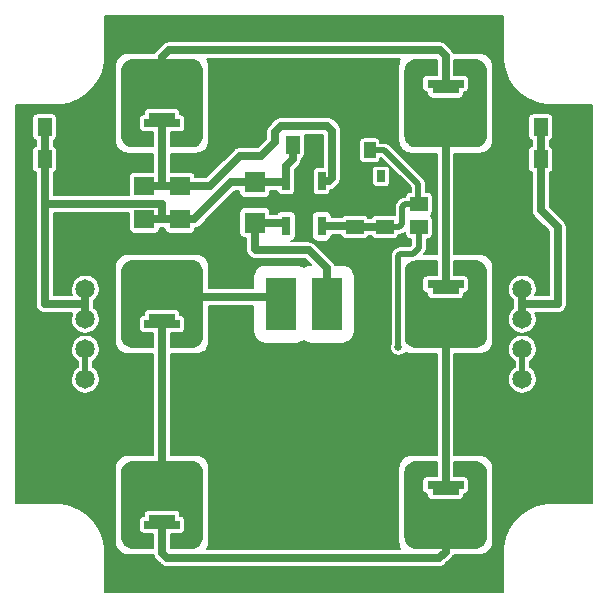
<source format=gtl>
%FSLAX46Y46*%
G04 Gerber Fmt 4.6, Leading zero omitted, Abs format (unit mm)*
G04 Created by KiCad (PCBNEW (2014-09-13 BZR 5129)-product) date Sat 13 Sep 2014 09:07:37 PM CEST*
%MOMM*%
G01*
G04 APERTURE LIST*
%ADD10C,0.150000*%
%ADD11R,0.701040X1.600200*%
%ADD12R,1.000760X2.199640*%
%ADD13R,1.800860X3.401060*%
%ADD14R,0.635000X0.635000*%
%ADD15R,2.300000X1.530000*%
%ADD16R,3.150000X0.700000*%
%ADD17R,2.300000X0.580000*%
%ADD18R,1.498600X1.297940*%
%ADD19C,1.651000*%
%ADD20R,1.800000X1.800000*%
%ADD21R,1.297940X1.498600*%
%ADD22R,1.000000X1.400000*%
%ADD23R,0.800000X1.000000*%
%ADD24R,1.800860X1.597660*%
%ADD25R,2.499360X4.500880*%
%ADD26C,0.635000*%
%ADD27C,0.889000*%
%ADD28C,0.203200*%
%ADD29C,0.711200*%
%ADD30C,0.508000*%
%ADD31C,0.200000*%
G04 APERTURE END LIST*
D10*
D11*
X85498860Y-113399920D03*
D12*
X87000000Y-113100200D03*
D11*
X88501140Y-113399920D03*
X88501140Y-109600080D03*
X85498860Y-109600080D03*
D13*
X87000000Y-110499240D03*
D14*
X86499620Y-111599060D03*
X87500380Y-111599060D03*
X87398780Y-110798960D03*
X86601220Y-110798960D03*
X87000000Y-111299340D03*
X87000000Y-111799720D03*
D15*
X75001120Y-119369760D03*
D16*
X75001120Y-118309760D03*
D17*
X75001120Y-121099760D03*
D16*
X75001120Y-121679760D03*
D18*
X96750000Y-113449960D03*
X96750000Y-111550040D03*
D19*
X105498900Y-121269760D03*
X105498900Y-118729760D03*
X105498900Y-123809760D03*
X105498900Y-126349760D03*
X105498900Y-116189760D03*
X105498900Y-113649760D03*
D20*
X82850000Y-113100000D03*
X82850000Y-109700000D03*
D21*
X86050040Y-106500000D03*
X87949960Y-106500000D03*
D22*
X91633000Y-109177000D03*
D23*
X93533000Y-109177000D03*
D22*
X92583000Y-106977000D03*
D21*
X107050840Y-107749340D03*
X108950760Y-107749340D03*
X107050840Y-105001060D03*
X108950760Y-105001060D03*
X65049400Y-107749340D03*
X66949320Y-107749340D03*
X65049400Y-105001060D03*
X66949320Y-105001060D03*
D15*
X75001120Y-136369980D03*
D16*
X75001120Y-135309980D03*
D17*
X75001120Y-138099980D03*
D16*
X75001120Y-138679980D03*
D15*
X98999040Y-103629540D03*
D16*
X98999040Y-104689540D03*
D17*
X98999040Y-101899540D03*
D16*
X98999040Y-101319540D03*
D15*
X98999040Y-137629980D03*
D16*
X98999040Y-138689980D03*
D17*
X98999040Y-135899980D03*
D16*
X98999040Y-135319980D03*
D15*
X98999040Y-120629760D03*
D16*
X98999040Y-121689760D03*
D17*
X98999040Y-118899760D03*
D16*
X98999040Y-118319760D03*
D15*
X75001120Y-102369540D03*
D16*
X75001120Y-101309540D03*
D17*
X75001120Y-104099540D03*
D16*
X75001120Y-104679540D03*
D18*
X93853000Y-113471960D03*
X93853000Y-111572040D03*
X91313000Y-113471960D03*
X91313000Y-111572040D03*
D24*
X73500000Y-112819860D03*
X73500000Y-109980140D03*
X76500000Y-112819860D03*
X76500000Y-109980140D03*
D19*
X68501260Y-118729760D03*
X68501260Y-121269760D03*
X68501260Y-116189760D03*
X68501260Y-113649760D03*
X68501260Y-123809760D03*
X68501260Y-126349760D03*
D25*
X88948260Y-119999760D03*
X85051900Y-119999760D03*
D26*
X76600000Y-102800000D03*
X75800000Y-102800000D03*
X77400000Y-102800000D03*
X77400000Y-102000000D03*
X77400000Y-101200000D03*
X77400000Y-100400000D03*
X76600000Y-100400000D03*
X75800000Y-100400000D03*
X74200000Y-100400000D03*
X73400000Y-100400000D03*
X72600000Y-100400000D03*
X72600000Y-101200000D03*
X72600000Y-102000000D03*
X75000000Y-100400000D03*
X72600000Y-102800000D03*
X73400000Y-102800000D03*
X74200000Y-102800000D03*
X75000000Y-102800000D03*
X73400000Y-102000000D03*
X74200000Y-102000000D03*
X75000000Y-102000000D03*
X75800000Y-102000000D03*
X76600000Y-102000000D03*
X76600000Y-101200000D03*
X75800000Y-101200000D03*
X75000000Y-101200000D03*
X73400000Y-101200000D03*
X74200000Y-101200000D03*
X98200000Y-105600000D03*
X97400000Y-105600000D03*
X96600000Y-105600000D03*
X96600000Y-104800000D03*
X96600000Y-104000000D03*
X96600000Y-103200000D03*
X97400000Y-103200000D03*
X98200000Y-103200000D03*
X99000000Y-103200000D03*
X99800000Y-103200000D03*
X100600000Y-103200000D03*
X101400000Y-103200000D03*
X101400000Y-104000000D03*
X101400000Y-104800000D03*
X101400000Y-105600000D03*
X100600000Y-105600000D03*
X99800000Y-105600000D03*
X99000000Y-105600000D03*
X97400000Y-104000000D03*
X98200000Y-104000000D03*
X99000000Y-104000000D03*
X99800000Y-104000000D03*
X100600000Y-104000000D03*
X100600000Y-104800000D03*
X99800000Y-104800000D03*
X99000000Y-104800000D03*
X98200000Y-104800000D03*
X97400000Y-104800000D03*
X99800000Y-120200000D03*
X99000000Y-120200000D03*
X98200000Y-120200000D03*
X97400000Y-120200000D03*
X96600000Y-120200000D03*
X96600000Y-121000000D03*
X96600000Y-121800000D03*
X96600000Y-122600000D03*
X97400000Y-122600000D03*
X98200000Y-122600000D03*
X100600000Y-120200000D03*
X101400000Y-120200000D03*
X101400000Y-121000000D03*
X101400000Y-121800000D03*
X101400000Y-122600000D03*
X100600000Y-122600000D03*
X99800000Y-122600000D03*
X99000000Y-122600000D03*
X97400000Y-121000000D03*
X98200000Y-121000000D03*
X99000000Y-121000000D03*
X99800000Y-121000000D03*
X100600000Y-121000000D03*
X100600000Y-121800000D03*
X99800000Y-121800000D03*
X99000000Y-121800000D03*
X98200000Y-121800000D03*
X97400000Y-121800000D03*
X99800000Y-137200000D03*
X99000000Y-137200000D03*
X98200000Y-137200000D03*
X97400000Y-137200000D03*
X96600000Y-137200000D03*
X96600000Y-138000000D03*
X96600000Y-138800000D03*
X96600000Y-139600000D03*
X97400000Y-139600000D03*
X98200000Y-139600000D03*
X100600000Y-137200000D03*
X101400000Y-137200000D03*
X101400000Y-138000000D03*
X101400000Y-138800000D03*
X101400000Y-139600000D03*
X100600000Y-139600000D03*
X99800000Y-139600000D03*
X99000000Y-139600000D03*
X97400000Y-138000000D03*
X98200000Y-138000000D03*
X99000000Y-138000000D03*
X99800000Y-138000000D03*
X100600000Y-138000000D03*
X100600000Y-138800000D03*
X99800000Y-138800000D03*
X99000000Y-138800000D03*
X98200000Y-138800000D03*
X97400000Y-138800000D03*
X74200000Y-136800000D03*
X75000000Y-136800000D03*
X75800000Y-136800000D03*
X76600000Y-136800000D03*
X72600000Y-136800000D03*
X72600000Y-136000000D03*
X72600000Y-135200000D03*
X72600000Y-134400000D03*
X73400000Y-134400000D03*
X74200000Y-134400000D03*
X75000000Y-134400000D03*
X73400000Y-136800000D03*
X77400000Y-136800000D03*
X77400000Y-136000000D03*
X77400000Y-135200000D03*
X77400000Y-134400000D03*
X76600000Y-134400000D03*
X75800000Y-134400000D03*
X73400000Y-136000000D03*
X74200000Y-136000000D03*
X75000000Y-136000000D03*
X75800000Y-136000000D03*
X76600000Y-136000000D03*
X73400000Y-135200000D03*
X74200000Y-135200000D03*
X75000000Y-135200000D03*
X75800000Y-135200000D03*
X76600000Y-135200000D03*
X73400000Y-119800000D03*
X74200000Y-119800000D03*
X75000000Y-119800000D03*
X75800000Y-119800000D03*
X76600000Y-119800000D03*
X75000000Y-117400000D03*
X74200000Y-117400000D03*
X73400000Y-117400000D03*
X72600000Y-117400000D03*
X72600000Y-118200000D03*
X72600000Y-119800000D03*
X77400000Y-119000000D03*
X77400000Y-118200000D03*
X77400000Y-117400000D03*
X76600000Y-117400000D03*
X75800000Y-117400000D03*
X77400000Y-119800000D03*
X73400000Y-119000000D03*
X74200000Y-119000000D03*
X75000000Y-119000000D03*
X75800000Y-119000000D03*
X76600000Y-119000000D03*
X72600000Y-119000000D03*
X73400000Y-118200000D03*
X74200000Y-118200000D03*
X75000000Y-118200000D03*
X75800000Y-118200000D03*
X76600000Y-118200000D03*
X95000000Y-123650000D03*
D27*
X108950760Y-107749340D03*
X66949320Y-107749340D03*
X66949320Y-105001060D03*
X108950760Y-105001060D03*
X91313000Y-111572040D03*
X93853000Y-111572040D03*
D26*
X91633000Y-109177000D03*
D28*
X75001120Y-104689540D02*
X75001120Y-104099540D01*
D29*
X75000000Y-109980140D02*
X76500000Y-109980140D01*
X73500000Y-109980140D02*
X75000000Y-109980140D01*
X75000000Y-104680660D02*
X75001120Y-104679540D01*
X75000000Y-109980140D02*
X75000000Y-104680660D01*
X79069860Y-109980140D02*
X81600000Y-107450000D01*
X81600000Y-107450000D02*
X83400000Y-107450000D01*
X83400000Y-107450000D02*
X84550000Y-106300000D01*
X84550000Y-106300000D02*
X84550000Y-105450000D01*
X84550000Y-105450000D02*
X85100000Y-104900000D01*
X85100000Y-104900000D02*
X89000000Y-104900000D01*
X89000000Y-104900000D02*
X89400000Y-105300000D01*
X89400000Y-105300000D02*
X89400000Y-109300000D01*
X89400000Y-109300000D02*
X89099920Y-109600080D01*
X89099920Y-109600080D02*
X88501140Y-109600080D01*
X76500000Y-109980140D02*
X79069860Y-109980140D01*
X75001120Y-100401120D02*
X75000000Y-100400000D01*
X75001120Y-101309540D02*
X75001120Y-100401120D01*
X75800000Y-102800000D02*
X75369540Y-102369540D01*
X75369540Y-102369540D02*
X75001120Y-102369540D01*
X75800000Y-102800000D02*
X75001120Y-102369540D01*
X77400000Y-102800000D02*
X76600000Y-102800000D01*
X77400000Y-101200000D02*
X77400000Y-102000000D01*
X76600000Y-100400000D02*
X77400000Y-100400000D01*
X75000000Y-100400000D02*
X75800000Y-100400000D01*
X75000000Y-101400000D02*
X75001120Y-101309540D01*
X75000000Y-100400000D02*
X75000000Y-101400000D01*
X73400000Y-100400000D02*
X74200000Y-100400000D01*
X72600000Y-101200000D02*
X72600000Y-100400000D01*
X72600000Y-102800000D02*
X72600000Y-102000000D01*
X74200000Y-102800000D02*
X73400000Y-102800000D01*
X75001120Y-102798880D02*
X75000000Y-102800000D01*
X75001120Y-102369540D02*
X75001120Y-102798880D01*
D30*
X98999040Y-101319540D02*
X98999040Y-101899540D01*
D29*
X75001120Y-99098880D02*
X75001120Y-101309540D01*
X98999040Y-101319540D02*
X98999040Y-98999040D01*
X98500000Y-98500000D02*
X98999040Y-98999040D01*
X75600000Y-98500000D02*
X98500000Y-98500000D01*
X75600000Y-98500000D02*
X75001120Y-99098880D01*
X75000000Y-102000000D02*
X74200000Y-102000000D01*
X76600000Y-102000000D02*
X75800000Y-102000000D01*
X75800000Y-101200000D02*
X76600000Y-101200000D01*
X74200000Y-101200000D02*
X75000000Y-101200000D01*
X72600000Y-101200000D02*
X73400000Y-101200000D01*
X98999040Y-118309760D02*
X98999040Y-104679540D01*
D28*
X98999040Y-103629540D02*
X98999040Y-104679540D01*
X98999040Y-118309760D02*
X98999040Y-118899760D01*
D29*
X97400000Y-105600000D02*
X96600000Y-105600000D01*
X96600000Y-104800000D02*
X96600000Y-104000000D01*
X96600000Y-103200000D02*
X97400000Y-103200000D01*
X98200000Y-103200000D02*
X99000000Y-103200000D01*
X99800000Y-103200000D02*
X100600000Y-103200000D01*
X98999040Y-104689540D02*
X98999040Y-105599040D01*
X101400000Y-104000000D02*
X101400000Y-103200000D01*
X101400000Y-105600000D02*
X101400000Y-104800000D01*
X99800000Y-105600000D02*
X100600000Y-105600000D01*
X98999040Y-105599040D02*
X99000000Y-105600000D01*
X99000000Y-105600000D02*
X98200000Y-105600000D01*
D28*
X97400000Y-104000000D02*
X98200000Y-104000000D01*
X99000000Y-104000000D02*
X99800000Y-104000000D01*
X100600000Y-104000000D02*
X100600000Y-104800000D01*
X99800000Y-104800000D02*
X99200000Y-104800000D01*
X99200000Y-104800000D02*
X99000000Y-104800000D01*
X98200000Y-104800000D02*
X97400000Y-104800000D01*
D29*
X99000000Y-120200000D02*
X98200000Y-120200000D01*
X97400000Y-120200000D02*
X96600000Y-120200000D01*
X96600000Y-121000000D02*
X96600000Y-121800000D01*
X96600000Y-122600000D02*
X97400000Y-122600000D01*
X98200000Y-122600000D02*
X99000000Y-122600000D01*
X98999040Y-121689760D02*
X98999040Y-122599040D01*
X101400000Y-121000000D02*
X101400000Y-120200000D01*
X101400000Y-122600000D02*
X101400000Y-121800000D01*
X99800000Y-122600000D02*
X100600000Y-122600000D01*
X98999040Y-122599040D02*
X99000000Y-122600000D01*
X100600000Y-120200000D02*
X99800000Y-120200000D01*
X98999040Y-121689760D02*
X98999040Y-135319980D01*
D28*
X98999040Y-135319980D02*
X98999040Y-135899980D01*
X97400000Y-121000000D02*
X98200000Y-121000000D01*
X99000000Y-121000000D02*
X99800000Y-121000000D01*
X100600000Y-121000000D02*
X100600000Y-121800000D01*
X99800000Y-121800000D02*
X99000000Y-121800000D01*
X98200000Y-121800000D02*
X97400000Y-121800000D01*
D29*
X99000000Y-137200000D02*
X98200000Y-137200000D01*
X97400000Y-137200000D02*
X96600000Y-137200000D01*
X96600000Y-138000000D02*
X96600000Y-138800000D01*
X96600000Y-139600000D02*
X97400000Y-139600000D01*
X98200000Y-139600000D02*
X99000000Y-139600000D01*
X101400000Y-138000000D02*
X101400000Y-137200000D01*
X101400000Y-139600000D02*
X101400000Y-138800000D01*
X99800000Y-139600000D02*
X100600000Y-139600000D01*
X98999040Y-138689980D02*
X98999040Y-139599040D01*
X98999040Y-139599040D02*
X99000000Y-139600000D01*
X100600000Y-137200000D02*
X99800000Y-137200000D01*
D28*
X75001120Y-138679980D02*
X75001120Y-138099980D01*
D29*
X75001120Y-141101120D02*
X75400000Y-141500000D01*
X75400000Y-141500000D02*
X98450000Y-141500000D01*
X98450000Y-141500000D02*
X98999040Y-140950960D01*
X98999040Y-140950960D02*
X98999040Y-138689980D01*
X75001120Y-138679980D02*
X75001120Y-141101120D01*
D28*
X97400000Y-138000000D02*
X98200000Y-138000000D01*
X99000000Y-138000000D02*
X99800000Y-138000000D01*
X100600000Y-138000000D02*
X100600000Y-138800000D01*
X99800000Y-138800000D02*
X99000000Y-138800000D01*
X98200000Y-138800000D02*
X97400000Y-138800000D01*
D29*
X75000000Y-136800000D02*
X75800000Y-136800000D01*
X76600000Y-136800000D02*
X77400000Y-136800000D01*
X72600000Y-136000000D02*
X72600000Y-136800000D01*
X72600000Y-134400000D02*
X72600000Y-135200000D01*
X74200000Y-134400000D02*
X73400000Y-134400000D01*
X75000000Y-134400000D02*
X75800000Y-134400000D01*
X77400000Y-135200000D02*
X77400000Y-136000000D01*
X76600000Y-134400000D02*
X77400000Y-134400000D01*
X75001120Y-135309980D02*
X75001120Y-134401120D01*
X75001120Y-134401120D02*
X75000000Y-134400000D01*
X73400000Y-136800000D02*
X74200000Y-136800000D01*
D30*
X75001120Y-121099760D02*
X75001120Y-121679760D01*
D29*
X75001120Y-121679760D02*
X75001120Y-135309980D01*
D28*
X73400000Y-136000000D02*
X74200000Y-136000000D01*
X75000000Y-136000000D02*
X75800000Y-136000000D01*
X74200000Y-135200000D02*
X75000000Y-135200000D01*
X75800000Y-135200000D02*
X76600000Y-135200000D01*
X72600000Y-135200000D02*
X73400000Y-135200000D01*
D29*
X84421900Y-119369760D02*
X85051900Y-119999760D01*
D28*
X75001120Y-119369760D02*
X75001120Y-118319760D01*
D29*
X74200000Y-119800000D02*
X75000000Y-119800000D01*
X75800000Y-119800000D02*
X76600000Y-119800000D01*
X74200000Y-117400000D02*
X73400000Y-117400000D01*
X72600000Y-117400000D02*
X72600000Y-118200000D01*
X75000000Y-117400000D02*
X75800000Y-117400000D01*
X76600000Y-117400000D02*
X77400000Y-117400000D01*
X77400000Y-119000000D02*
X77400000Y-118200000D01*
X75001120Y-118309760D02*
X75001120Y-117401120D01*
X75001120Y-117401120D02*
X75000000Y-117400000D01*
X72600000Y-119800000D02*
X73400000Y-119800000D01*
D28*
X74200000Y-119000000D02*
X75000000Y-119000000D01*
X75800000Y-119000000D02*
X76600000Y-119000000D01*
X72600000Y-119000000D02*
X73400000Y-119000000D01*
D29*
X75001120Y-119369760D02*
X84421900Y-119369760D01*
D28*
X73400000Y-118200000D02*
X74200000Y-118200000D01*
X75000000Y-118200000D02*
X75800000Y-118200000D01*
D30*
X68501260Y-126349760D02*
X68501260Y-123809760D01*
X105498900Y-126349760D02*
X105498900Y-123809760D01*
X96750000Y-115250000D02*
X96750000Y-113449960D01*
X95000000Y-115900000D02*
X95000000Y-123650000D01*
X95150000Y-115750000D02*
X95000000Y-115900000D01*
X96250000Y-115750000D02*
X95150000Y-115750000D01*
X96750000Y-115250000D02*
X96250000Y-115750000D01*
D29*
X85198940Y-113100000D02*
X85498860Y-113399920D01*
X82850000Y-113100000D02*
X85198940Y-113100000D01*
X82950000Y-115450000D02*
X82850000Y-115350000D01*
X82850000Y-115350000D02*
X82850000Y-113100000D01*
X88948260Y-119999760D02*
X88948260Y-116948260D01*
X87450000Y-115450000D02*
X88948260Y-116948260D01*
X87450000Y-115450000D02*
X82950000Y-115450000D01*
X91240960Y-113399920D02*
X91313000Y-113471960D01*
X88501140Y-113399920D02*
X91240960Y-113399920D01*
X91313000Y-113471960D02*
X93853000Y-113471960D01*
X93853000Y-113471960D02*
X94167960Y-113471960D01*
D30*
X96699960Y-111500000D02*
X96750000Y-111550040D01*
X92583000Y-106977000D02*
X93827000Y-106977000D01*
X96700000Y-111500040D02*
X96750000Y-111550040D01*
X96700000Y-109850000D02*
X96700000Y-111500040D01*
X93827000Y-106977000D02*
X96700000Y-109850000D01*
X95078040Y-113471960D02*
X95350000Y-113200000D01*
X95350000Y-113200000D02*
X95350000Y-111750000D01*
X95350000Y-111750000D02*
X95549960Y-111550040D01*
X95549960Y-111550040D02*
X96750000Y-111550040D01*
X93853000Y-113471960D02*
X95078040Y-113471960D01*
D29*
X87000000Y-113100200D02*
X87000000Y-110499240D01*
X87249240Y-110499240D02*
X87000000Y-110499240D01*
X87131240Y-110499240D02*
X88204040Y-111572040D01*
X88204040Y-111572040D02*
X91313000Y-111572040D01*
X87000000Y-110499240D02*
X87131240Y-110499240D01*
X87000000Y-108750000D02*
X87949960Y-107800040D01*
X87949960Y-107800040D02*
X87949960Y-106500000D01*
X87000000Y-110499240D02*
X87000000Y-108750000D01*
X105498900Y-119999760D02*
X108501180Y-119999760D01*
X105498900Y-119999760D02*
X105498900Y-121269760D01*
X68501260Y-121269760D02*
X68501260Y-119999760D01*
X107050840Y-107749340D02*
X107050840Y-112049560D01*
X107050840Y-112049560D02*
X108501180Y-113499900D01*
X108501180Y-113499900D02*
X108501180Y-119999760D01*
X105498900Y-119999760D02*
X105498900Y-118729760D01*
X68501260Y-119999760D02*
X68501260Y-118729760D01*
X65049400Y-105001060D02*
X65049400Y-107749340D01*
X107050840Y-105001060D02*
X107050840Y-107749340D01*
X68501260Y-119999760D02*
X65049400Y-119999760D01*
X65049400Y-111500000D02*
X65049400Y-119999760D01*
X65049400Y-107749340D02*
X65049400Y-111500000D01*
X85398940Y-109700000D02*
X85498860Y-109600080D01*
X82850000Y-109700000D02*
X85398940Y-109700000D01*
X85498860Y-108301140D02*
X86050040Y-107749960D01*
X86050040Y-107749960D02*
X86050040Y-106500000D01*
X85498860Y-109600080D02*
X85498860Y-108301140D01*
X75000000Y-112819860D02*
X76500000Y-112819860D01*
X73500000Y-112819860D02*
X75000000Y-112819860D01*
X77730140Y-112819860D02*
X80850000Y-109700000D01*
X80850000Y-109700000D02*
X82850000Y-109700000D01*
X76500000Y-112819860D02*
X77730140Y-112819860D01*
X74950000Y-111500000D02*
X74950000Y-112819860D01*
X74950000Y-112819860D02*
X75000000Y-112769860D01*
X75000000Y-112769860D02*
X75000000Y-112819860D01*
X65049400Y-111500000D02*
X74950000Y-111500000D01*
D31*
G36*
X102400000Y-105745087D02*
X102382232Y-105925487D01*
X102331045Y-106094230D01*
X102247921Y-106249744D01*
X102136054Y-106386054D01*
X101999744Y-106497921D01*
X101844230Y-106581045D01*
X101675487Y-106632232D01*
X101495087Y-106650000D01*
X96504913Y-106650000D01*
X96324513Y-106632232D01*
X96155770Y-106581045D01*
X96000256Y-106497921D01*
X95863946Y-106386054D01*
X95752079Y-106249744D01*
X95668955Y-106094230D01*
X95617768Y-105925487D01*
X95600000Y-105745087D01*
X95600000Y-100254913D01*
X95617768Y-100074513D01*
X95668955Y-99905770D01*
X95752079Y-99750256D01*
X95863946Y-99613946D01*
X96000256Y-99502079D01*
X96155770Y-99418955D01*
X96324513Y-99367768D01*
X96504913Y-99350000D01*
X98243440Y-99350000D01*
X98243440Y-100569540D01*
X97384643Y-100569540D01*
X97307364Y-100584912D01*
X97234569Y-100615065D01*
X97169054Y-100658840D01*
X97113339Y-100714555D01*
X97069564Y-100780069D01*
X97039412Y-100852865D01*
X97024040Y-100930144D01*
X97024040Y-101008937D01*
X97024040Y-101708937D01*
X97039412Y-101786216D01*
X97069565Y-101859011D01*
X97113340Y-101924526D01*
X97169055Y-101980241D01*
X97234569Y-102024016D01*
X97307365Y-102054168D01*
X97384644Y-102069540D01*
X97449040Y-102069540D01*
X97449040Y-102228937D01*
X97464412Y-102306216D01*
X97494565Y-102379011D01*
X97538340Y-102444526D01*
X97594055Y-102500241D01*
X97659569Y-102544016D01*
X97732365Y-102574168D01*
X97809644Y-102589540D01*
X97888437Y-102589540D01*
X100188437Y-102589540D01*
X100265716Y-102574168D01*
X100338511Y-102544015D01*
X100404026Y-102500240D01*
X100459741Y-102444525D01*
X100503516Y-102379011D01*
X100533668Y-102306215D01*
X100549040Y-102228936D01*
X100549040Y-102150143D01*
X100549040Y-102069540D01*
X100613437Y-102069540D01*
X100690716Y-102054168D01*
X100763511Y-102024015D01*
X100829026Y-101980240D01*
X100884741Y-101924525D01*
X100928516Y-101859011D01*
X100958668Y-101786215D01*
X100974040Y-101708936D01*
X100974040Y-101630143D01*
X100974040Y-100930143D01*
X100958668Y-100852864D01*
X100928515Y-100780069D01*
X100884740Y-100714554D01*
X100829025Y-100658839D01*
X100763511Y-100615064D01*
X100690715Y-100584912D01*
X100613436Y-100569540D01*
X100534643Y-100569540D01*
X99754640Y-100569540D01*
X99754640Y-99350000D01*
X101495087Y-99350000D01*
X101675487Y-99367768D01*
X101844230Y-99418955D01*
X101999744Y-99502079D01*
X102136054Y-99613946D01*
X102247921Y-99750256D01*
X102331045Y-99905770D01*
X102382232Y-100074513D01*
X102400000Y-100254913D01*
X102400000Y-105745087D01*
X102400000Y-105745087D01*
G37*
X102400000Y-105745087D02*
X102382232Y-105925487D01*
X102331045Y-106094230D01*
X102247921Y-106249744D01*
X102136054Y-106386054D01*
X101999744Y-106497921D01*
X101844230Y-106581045D01*
X101675487Y-106632232D01*
X101495087Y-106650000D01*
X96504913Y-106650000D01*
X96324513Y-106632232D01*
X96155770Y-106581045D01*
X96000256Y-106497921D01*
X95863946Y-106386054D01*
X95752079Y-106249744D01*
X95668955Y-106094230D01*
X95617768Y-105925487D01*
X95600000Y-105745087D01*
X95600000Y-100254913D01*
X95617768Y-100074513D01*
X95668955Y-99905770D01*
X95752079Y-99750256D01*
X95863946Y-99613946D01*
X96000256Y-99502079D01*
X96155770Y-99418955D01*
X96324513Y-99367768D01*
X96504913Y-99350000D01*
X98243440Y-99350000D01*
X98243440Y-100569540D01*
X97384643Y-100569540D01*
X97307364Y-100584912D01*
X97234569Y-100615065D01*
X97169054Y-100658840D01*
X97113339Y-100714555D01*
X97069564Y-100780069D01*
X97039412Y-100852865D01*
X97024040Y-100930144D01*
X97024040Y-101008937D01*
X97024040Y-101708937D01*
X97039412Y-101786216D01*
X97069565Y-101859011D01*
X97113340Y-101924526D01*
X97169055Y-101980241D01*
X97234569Y-102024016D01*
X97307365Y-102054168D01*
X97384644Y-102069540D01*
X97449040Y-102069540D01*
X97449040Y-102228937D01*
X97464412Y-102306216D01*
X97494565Y-102379011D01*
X97538340Y-102444526D01*
X97594055Y-102500241D01*
X97659569Y-102544016D01*
X97732365Y-102574168D01*
X97809644Y-102589540D01*
X97888437Y-102589540D01*
X100188437Y-102589540D01*
X100265716Y-102574168D01*
X100338511Y-102544015D01*
X100404026Y-102500240D01*
X100459741Y-102444525D01*
X100503516Y-102379011D01*
X100533668Y-102306215D01*
X100549040Y-102228936D01*
X100549040Y-102150143D01*
X100549040Y-102069540D01*
X100613437Y-102069540D01*
X100690716Y-102054168D01*
X100763511Y-102024015D01*
X100829026Y-101980240D01*
X100884741Y-101924525D01*
X100928516Y-101859011D01*
X100958668Y-101786215D01*
X100974040Y-101708936D01*
X100974040Y-101630143D01*
X100974040Y-100930143D01*
X100958668Y-100852864D01*
X100928515Y-100780069D01*
X100884740Y-100714554D01*
X100829025Y-100658839D01*
X100763511Y-100615064D01*
X100690715Y-100584912D01*
X100613436Y-100569540D01*
X100534643Y-100569540D01*
X99754640Y-100569540D01*
X99754640Y-99350000D01*
X101495087Y-99350000D01*
X101675487Y-99367768D01*
X101844230Y-99418955D01*
X101999744Y-99502079D01*
X102136054Y-99613946D01*
X102247921Y-99750256D01*
X102331045Y-99905770D01*
X102382232Y-100074513D01*
X102400000Y-100254913D01*
X102400000Y-105745087D01*
G36*
X102400000Y-122745087D02*
X102382232Y-122925487D01*
X102331045Y-123094230D01*
X102247921Y-123249744D01*
X102136054Y-123386054D01*
X101999744Y-123497921D01*
X101844230Y-123581045D01*
X101675487Y-123632232D01*
X101495087Y-123650000D01*
X96504913Y-123650000D01*
X96324513Y-123632232D01*
X96155770Y-123581045D01*
X96000256Y-123497921D01*
X95863946Y-123386054D01*
X95752079Y-123249744D01*
X95668955Y-123094230D01*
X95654000Y-123044929D01*
X95654000Y-116955070D01*
X95668955Y-116905770D01*
X95752079Y-116750256D01*
X95863946Y-116613946D01*
X96000256Y-116502079D01*
X96155770Y-116418955D01*
X96205070Y-116404000D01*
X96250000Y-116404000D01*
X96310177Y-116398099D01*
X96370304Y-116392839D01*
X96373601Y-116391881D01*
X96377029Y-116391545D01*
X96434882Y-116374077D01*
X96492875Y-116357230D01*
X96495930Y-116355646D01*
X96499220Y-116354653D01*
X96507970Y-116350000D01*
X98243440Y-116350000D01*
X98243440Y-117569760D01*
X97384643Y-117569760D01*
X97307364Y-117585132D01*
X97234569Y-117615285D01*
X97169054Y-117659060D01*
X97113339Y-117714775D01*
X97069564Y-117780289D01*
X97039412Y-117853085D01*
X97024040Y-117930364D01*
X97024040Y-118009157D01*
X97024040Y-118709157D01*
X97039412Y-118786436D01*
X97069565Y-118859231D01*
X97113340Y-118924746D01*
X97169055Y-118980461D01*
X97234569Y-119024236D01*
X97307365Y-119054388D01*
X97384644Y-119069760D01*
X97449040Y-119069760D01*
X97449040Y-119229157D01*
X97464412Y-119306436D01*
X97494565Y-119379231D01*
X97538340Y-119444746D01*
X97594055Y-119500461D01*
X97659569Y-119544236D01*
X97732365Y-119574388D01*
X97809644Y-119589760D01*
X97888437Y-119589760D01*
X100188437Y-119589760D01*
X100265716Y-119574388D01*
X100338511Y-119544235D01*
X100404026Y-119500460D01*
X100459741Y-119444745D01*
X100503516Y-119379231D01*
X100533668Y-119306435D01*
X100549040Y-119229156D01*
X100549040Y-119150363D01*
X100549040Y-119069760D01*
X100613437Y-119069760D01*
X100690716Y-119054388D01*
X100763511Y-119024235D01*
X100829026Y-118980460D01*
X100884741Y-118924745D01*
X100928516Y-118859231D01*
X100958668Y-118786435D01*
X100974040Y-118709156D01*
X100974040Y-118630363D01*
X100974040Y-117930363D01*
X100958668Y-117853084D01*
X100928515Y-117780289D01*
X100884740Y-117714774D01*
X100829025Y-117659059D01*
X100763511Y-117615284D01*
X100690715Y-117585132D01*
X100613436Y-117569760D01*
X100534643Y-117569760D01*
X99754640Y-117569760D01*
X99754640Y-116350000D01*
X101495087Y-116350000D01*
X101675487Y-116367768D01*
X101844230Y-116418955D01*
X101999744Y-116502079D01*
X102136054Y-116613946D01*
X102247921Y-116750256D01*
X102331045Y-116905770D01*
X102382232Y-117074513D01*
X102400000Y-117254913D01*
X102400000Y-122745087D01*
X102400000Y-122745087D01*
G37*
X102400000Y-122745087D02*
X102382232Y-122925487D01*
X102331045Y-123094230D01*
X102247921Y-123249744D01*
X102136054Y-123386054D01*
X101999744Y-123497921D01*
X101844230Y-123581045D01*
X101675487Y-123632232D01*
X101495087Y-123650000D01*
X96504913Y-123650000D01*
X96324513Y-123632232D01*
X96155770Y-123581045D01*
X96000256Y-123497921D01*
X95863946Y-123386054D01*
X95752079Y-123249744D01*
X95668955Y-123094230D01*
X95654000Y-123044929D01*
X95654000Y-116955070D01*
X95668955Y-116905770D01*
X95752079Y-116750256D01*
X95863946Y-116613946D01*
X96000256Y-116502079D01*
X96155770Y-116418955D01*
X96205070Y-116404000D01*
X96250000Y-116404000D01*
X96310177Y-116398099D01*
X96370304Y-116392839D01*
X96373601Y-116391881D01*
X96377029Y-116391545D01*
X96434882Y-116374077D01*
X96492875Y-116357230D01*
X96495930Y-116355646D01*
X96499220Y-116354653D01*
X96507970Y-116350000D01*
X98243440Y-116350000D01*
X98243440Y-117569760D01*
X97384643Y-117569760D01*
X97307364Y-117585132D01*
X97234569Y-117615285D01*
X97169054Y-117659060D01*
X97113339Y-117714775D01*
X97069564Y-117780289D01*
X97039412Y-117853085D01*
X97024040Y-117930364D01*
X97024040Y-118009157D01*
X97024040Y-118709157D01*
X97039412Y-118786436D01*
X97069565Y-118859231D01*
X97113340Y-118924746D01*
X97169055Y-118980461D01*
X97234569Y-119024236D01*
X97307365Y-119054388D01*
X97384644Y-119069760D01*
X97449040Y-119069760D01*
X97449040Y-119229157D01*
X97464412Y-119306436D01*
X97494565Y-119379231D01*
X97538340Y-119444746D01*
X97594055Y-119500461D01*
X97659569Y-119544236D01*
X97732365Y-119574388D01*
X97809644Y-119589760D01*
X97888437Y-119589760D01*
X100188437Y-119589760D01*
X100265716Y-119574388D01*
X100338511Y-119544235D01*
X100404026Y-119500460D01*
X100459741Y-119444745D01*
X100503516Y-119379231D01*
X100533668Y-119306435D01*
X100549040Y-119229156D01*
X100549040Y-119150363D01*
X100549040Y-119069760D01*
X100613437Y-119069760D01*
X100690716Y-119054388D01*
X100763511Y-119024235D01*
X100829026Y-118980460D01*
X100884741Y-118924745D01*
X100928516Y-118859231D01*
X100958668Y-118786435D01*
X100974040Y-118709156D01*
X100974040Y-118630363D01*
X100974040Y-117930363D01*
X100958668Y-117853084D01*
X100928515Y-117780289D01*
X100884740Y-117714774D01*
X100829025Y-117659059D01*
X100763511Y-117615284D01*
X100690715Y-117585132D01*
X100613436Y-117569760D01*
X100534643Y-117569760D01*
X99754640Y-117569760D01*
X99754640Y-116350000D01*
X101495087Y-116350000D01*
X101675487Y-116367768D01*
X101844230Y-116418955D01*
X101999744Y-116502079D01*
X102136054Y-116613946D01*
X102247921Y-116750256D01*
X102331045Y-116905770D01*
X102382232Y-117074513D01*
X102400000Y-117254913D01*
X102400000Y-122745087D01*
G36*
X78400000Y-122745087D02*
X78382232Y-122925487D01*
X78331045Y-123094230D01*
X78247921Y-123249744D01*
X78136054Y-123386054D01*
X77999744Y-123497921D01*
X77844230Y-123581045D01*
X77675487Y-123632232D01*
X77495087Y-123650000D01*
X75756720Y-123650000D01*
X75756720Y-122429760D01*
X76615517Y-122429760D01*
X76692796Y-122414388D01*
X76765591Y-122384235D01*
X76831106Y-122340460D01*
X76886821Y-122284745D01*
X76930596Y-122219231D01*
X76960748Y-122146435D01*
X76976120Y-122069156D01*
X76976120Y-121990363D01*
X76976120Y-121290363D01*
X76960748Y-121213084D01*
X76930595Y-121140289D01*
X76886820Y-121074774D01*
X76831105Y-121019059D01*
X76765591Y-120975284D01*
X76692795Y-120945132D01*
X76615516Y-120929760D01*
X76551120Y-120929760D01*
X76551120Y-120770363D01*
X76535748Y-120693084D01*
X76505595Y-120620289D01*
X76461820Y-120554774D01*
X76406105Y-120499059D01*
X76340591Y-120455284D01*
X76267795Y-120425132D01*
X76190516Y-120409760D01*
X76111723Y-120409760D01*
X73811723Y-120409760D01*
X73734444Y-120425132D01*
X73661649Y-120455285D01*
X73596134Y-120499060D01*
X73540419Y-120554775D01*
X73496644Y-120620289D01*
X73466492Y-120693085D01*
X73451120Y-120770364D01*
X73451120Y-120849157D01*
X73451120Y-120929760D01*
X73386723Y-120929760D01*
X73309444Y-120945132D01*
X73236649Y-120975285D01*
X73171134Y-121019060D01*
X73115419Y-121074775D01*
X73071644Y-121140289D01*
X73041492Y-121213085D01*
X73026120Y-121290364D01*
X73026120Y-121369157D01*
X73026120Y-122069157D01*
X73041492Y-122146436D01*
X73071645Y-122219231D01*
X73115420Y-122284746D01*
X73171135Y-122340461D01*
X73236649Y-122384236D01*
X73309445Y-122414388D01*
X73386724Y-122429760D01*
X73465517Y-122429760D01*
X74245520Y-122429760D01*
X74245520Y-123650000D01*
X72504913Y-123650000D01*
X72324513Y-123632232D01*
X72155770Y-123581045D01*
X72000256Y-123497921D01*
X71863946Y-123386054D01*
X71752079Y-123249744D01*
X71668955Y-123094230D01*
X71617768Y-122925487D01*
X71600000Y-122745087D01*
X71600000Y-117254913D01*
X71617768Y-117074513D01*
X71668955Y-116905770D01*
X71752079Y-116750256D01*
X71863946Y-116613946D01*
X72000256Y-116502079D01*
X72155770Y-116418955D01*
X72324513Y-116367768D01*
X72504913Y-116350000D01*
X77495087Y-116350000D01*
X77675487Y-116367768D01*
X77844230Y-116418955D01*
X77999744Y-116502079D01*
X78136054Y-116613946D01*
X78247921Y-116750256D01*
X78331045Y-116905770D01*
X78382232Y-117074513D01*
X78400000Y-117254913D01*
X78400000Y-122745087D01*
X78400000Y-122745087D01*
G37*
X78400000Y-122745087D02*
X78382232Y-122925487D01*
X78331045Y-123094230D01*
X78247921Y-123249744D01*
X78136054Y-123386054D01*
X77999744Y-123497921D01*
X77844230Y-123581045D01*
X77675487Y-123632232D01*
X77495087Y-123650000D01*
X75756720Y-123650000D01*
X75756720Y-122429760D01*
X76615517Y-122429760D01*
X76692796Y-122414388D01*
X76765591Y-122384235D01*
X76831106Y-122340460D01*
X76886821Y-122284745D01*
X76930596Y-122219231D01*
X76960748Y-122146435D01*
X76976120Y-122069156D01*
X76976120Y-121990363D01*
X76976120Y-121290363D01*
X76960748Y-121213084D01*
X76930595Y-121140289D01*
X76886820Y-121074774D01*
X76831105Y-121019059D01*
X76765591Y-120975284D01*
X76692795Y-120945132D01*
X76615516Y-120929760D01*
X76551120Y-120929760D01*
X76551120Y-120770363D01*
X76535748Y-120693084D01*
X76505595Y-120620289D01*
X76461820Y-120554774D01*
X76406105Y-120499059D01*
X76340591Y-120455284D01*
X76267795Y-120425132D01*
X76190516Y-120409760D01*
X76111723Y-120409760D01*
X73811723Y-120409760D01*
X73734444Y-120425132D01*
X73661649Y-120455285D01*
X73596134Y-120499060D01*
X73540419Y-120554775D01*
X73496644Y-120620289D01*
X73466492Y-120693085D01*
X73451120Y-120770364D01*
X73451120Y-120849157D01*
X73451120Y-120929760D01*
X73386723Y-120929760D01*
X73309444Y-120945132D01*
X73236649Y-120975285D01*
X73171134Y-121019060D01*
X73115419Y-121074775D01*
X73071644Y-121140289D01*
X73041492Y-121213085D01*
X73026120Y-121290364D01*
X73026120Y-121369157D01*
X73026120Y-122069157D01*
X73041492Y-122146436D01*
X73071645Y-122219231D01*
X73115420Y-122284746D01*
X73171135Y-122340461D01*
X73236649Y-122384236D01*
X73309445Y-122414388D01*
X73386724Y-122429760D01*
X73465517Y-122429760D01*
X74245520Y-122429760D01*
X74245520Y-123650000D01*
X72504913Y-123650000D01*
X72324513Y-123632232D01*
X72155770Y-123581045D01*
X72000256Y-123497921D01*
X71863946Y-123386054D01*
X71752079Y-123249744D01*
X71668955Y-123094230D01*
X71617768Y-122925487D01*
X71600000Y-122745087D01*
X71600000Y-117254913D01*
X71617768Y-117074513D01*
X71668955Y-116905770D01*
X71752079Y-116750256D01*
X71863946Y-116613946D01*
X72000256Y-116502079D01*
X72155770Y-116418955D01*
X72324513Y-116367768D01*
X72504913Y-116350000D01*
X77495087Y-116350000D01*
X77675487Y-116367768D01*
X77844230Y-116418955D01*
X77999744Y-116502079D01*
X78136054Y-116613946D01*
X78247921Y-116750256D01*
X78331045Y-116905770D01*
X78382232Y-117074513D01*
X78400000Y-117254913D01*
X78400000Y-122745087D01*
G36*
X78400000Y-139745087D02*
X78382232Y-139925487D01*
X78331045Y-140094230D01*
X78247921Y-140249744D01*
X78136054Y-140386054D01*
X77999744Y-140497921D01*
X77844230Y-140581045D01*
X77675487Y-140632232D01*
X77495087Y-140650000D01*
X75756720Y-140650000D01*
X75756720Y-139429980D01*
X76615517Y-139429980D01*
X76692796Y-139414608D01*
X76765591Y-139384455D01*
X76831106Y-139340680D01*
X76886821Y-139284965D01*
X76930596Y-139219451D01*
X76960748Y-139146655D01*
X76976120Y-139069376D01*
X76976120Y-138990583D01*
X76976120Y-138290583D01*
X76960748Y-138213304D01*
X76930595Y-138140509D01*
X76886820Y-138074994D01*
X76831105Y-138019279D01*
X76765591Y-137975504D01*
X76692795Y-137945352D01*
X76615516Y-137929980D01*
X76551120Y-137929980D01*
X76551120Y-137770583D01*
X76535748Y-137693304D01*
X76505595Y-137620509D01*
X76461820Y-137554994D01*
X76406105Y-137499279D01*
X76340591Y-137455504D01*
X76267795Y-137425352D01*
X76190516Y-137409980D01*
X76111723Y-137409980D01*
X73811723Y-137409980D01*
X73734444Y-137425352D01*
X73661649Y-137455505D01*
X73596134Y-137499280D01*
X73540419Y-137554995D01*
X73496644Y-137620509D01*
X73466492Y-137693305D01*
X73451120Y-137770584D01*
X73451120Y-137849377D01*
X73451120Y-137929980D01*
X73386723Y-137929980D01*
X73309444Y-137945352D01*
X73236649Y-137975505D01*
X73171134Y-138019280D01*
X73115419Y-138074995D01*
X73071644Y-138140509D01*
X73041492Y-138213305D01*
X73026120Y-138290584D01*
X73026120Y-138369377D01*
X73026120Y-139069377D01*
X73041492Y-139146656D01*
X73071645Y-139219451D01*
X73115420Y-139284966D01*
X73171135Y-139340681D01*
X73236649Y-139384456D01*
X73309445Y-139414608D01*
X73386724Y-139429980D01*
X73465517Y-139429980D01*
X74245520Y-139429980D01*
X74245520Y-140650000D01*
X72504913Y-140650000D01*
X72324513Y-140632232D01*
X72155770Y-140581045D01*
X72000256Y-140497921D01*
X71863946Y-140386054D01*
X71752079Y-140249744D01*
X71668955Y-140094230D01*
X71617768Y-139925487D01*
X71600000Y-139745087D01*
X71600000Y-134254913D01*
X71617768Y-134074513D01*
X71668955Y-133905770D01*
X71752079Y-133750256D01*
X71863946Y-133613946D01*
X72000256Y-133502079D01*
X72155770Y-133418955D01*
X72324513Y-133367768D01*
X72504913Y-133350000D01*
X77495087Y-133350000D01*
X77675487Y-133367768D01*
X77844230Y-133418955D01*
X77999744Y-133502079D01*
X78136054Y-133613946D01*
X78247921Y-133750256D01*
X78331045Y-133905770D01*
X78382232Y-134074513D01*
X78400000Y-134254913D01*
X78400000Y-139745087D01*
X78400000Y-139745087D01*
G37*
X78400000Y-139745087D02*
X78382232Y-139925487D01*
X78331045Y-140094230D01*
X78247921Y-140249744D01*
X78136054Y-140386054D01*
X77999744Y-140497921D01*
X77844230Y-140581045D01*
X77675487Y-140632232D01*
X77495087Y-140650000D01*
X75756720Y-140650000D01*
X75756720Y-139429980D01*
X76615517Y-139429980D01*
X76692796Y-139414608D01*
X76765591Y-139384455D01*
X76831106Y-139340680D01*
X76886821Y-139284965D01*
X76930596Y-139219451D01*
X76960748Y-139146655D01*
X76976120Y-139069376D01*
X76976120Y-138990583D01*
X76976120Y-138290583D01*
X76960748Y-138213304D01*
X76930595Y-138140509D01*
X76886820Y-138074994D01*
X76831105Y-138019279D01*
X76765591Y-137975504D01*
X76692795Y-137945352D01*
X76615516Y-137929980D01*
X76551120Y-137929980D01*
X76551120Y-137770583D01*
X76535748Y-137693304D01*
X76505595Y-137620509D01*
X76461820Y-137554994D01*
X76406105Y-137499279D01*
X76340591Y-137455504D01*
X76267795Y-137425352D01*
X76190516Y-137409980D01*
X76111723Y-137409980D01*
X73811723Y-137409980D01*
X73734444Y-137425352D01*
X73661649Y-137455505D01*
X73596134Y-137499280D01*
X73540419Y-137554995D01*
X73496644Y-137620509D01*
X73466492Y-137693305D01*
X73451120Y-137770584D01*
X73451120Y-137849377D01*
X73451120Y-137929980D01*
X73386723Y-137929980D01*
X73309444Y-137945352D01*
X73236649Y-137975505D01*
X73171134Y-138019280D01*
X73115419Y-138074995D01*
X73071644Y-138140509D01*
X73041492Y-138213305D01*
X73026120Y-138290584D01*
X73026120Y-138369377D01*
X73026120Y-139069377D01*
X73041492Y-139146656D01*
X73071645Y-139219451D01*
X73115420Y-139284966D01*
X73171135Y-139340681D01*
X73236649Y-139384456D01*
X73309445Y-139414608D01*
X73386724Y-139429980D01*
X73465517Y-139429980D01*
X74245520Y-139429980D01*
X74245520Y-140650000D01*
X72504913Y-140650000D01*
X72324513Y-140632232D01*
X72155770Y-140581045D01*
X72000256Y-140497921D01*
X71863946Y-140386054D01*
X71752079Y-140249744D01*
X71668955Y-140094230D01*
X71617768Y-139925487D01*
X71600000Y-139745087D01*
X71600000Y-134254913D01*
X71617768Y-134074513D01*
X71668955Y-133905770D01*
X71752079Y-133750256D01*
X71863946Y-133613946D01*
X72000256Y-133502079D01*
X72155770Y-133418955D01*
X72324513Y-133367768D01*
X72504913Y-133350000D01*
X77495087Y-133350000D01*
X77675487Y-133367768D01*
X77844230Y-133418955D01*
X77999744Y-133502079D01*
X78136054Y-133613946D01*
X78247921Y-133750256D01*
X78331045Y-133905770D01*
X78382232Y-134074513D01*
X78400000Y-134254913D01*
X78400000Y-139745087D01*
G36*
X102400000Y-139745087D02*
X102382232Y-139925487D01*
X102331045Y-140094230D01*
X102247921Y-140249744D01*
X102136054Y-140386054D01*
X101999744Y-140497921D01*
X101844230Y-140581045D01*
X101675487Y-140632232D01*
X101495087Y-140650000D01*
X96504913Y-140650000D01*
X96324513Y-140632232D01*
X96155770Y-140581045D01*
X96000256Y-140497921D01*
X95863946Y-140386054D01*
X95752079Y-140249744D01*
X95668955Y-140094230D01*
X95617768Y-139925487D01*
X95600000Y-139745087D01*
X95600000Y-134254913D01*
X95617768Y-134074513D01*
X95668955Y-133905770D01*
X95752079Y-133750256D01*
X95863946Y-133613946D01*
X96000256Y-133502079D01*
X96155770Y-133418955D01*
X96324513Y-133367768D01*
X96504913Y-133350000D01*
X98243440Y-133350000D01*
X98243440Y-134569980D01*
X97384643Y-134569980D01*
X97307364Y-134585352D01*
X97234569Y-134615505D01*
X97169054Y-134659280D01*
X97113339Y-134714995D01*
X97069564Y-134780509D01*
X97039412Y-134853305D01*
X97024040Y-134930584D01*
X97024040Y-135009377D01*
X97024040Y-135709377D01*
X97039412Y-135786656D01*
X97069565Y-135859451D01*
X97113340Y-135924966D01*
X97169055Y-135980681D01*
X97234569Y-136024456D01*
X97307365Y-136054608D01*
X97384644Y-136069980D01*
X97449040Y-136069980D01*
X97449040Y-136229377D01*
X97464412Y-136306656D01*
X97494565Y-136379451D01*
X97538340Y-136444966D01*
X97594055Y-136500681D01*
X97659569Y-136544456D01*
X97732365Y-136574608D01*
X97809644Y-136589980D01*
X97888437Y-136589980D01*
X100188437Y-136589980D01*
X100265716Y-136574608D01*
X100338511Y-136544455D01*
X100404026Y-136500680D01*
X100459741Y-136444965D01*
X100503516Y-136379451D01*
X100533668Y-136306655D01*
X100549040Y-136229376D01*
X100549040Y-136150583D01*
X100549040Y-136069980D01*
X100613437Y-136069980D01*
X100690716Y-136054608D01*
X100763511Y-136024455D01*
X100829026Y-135980680D01*
X100884741Y-135924965D01*
X100928516Y-135859451D01*
X100958668Y-135786655D01*
X100974040Y-135709376D01*
X100974040Y-135630583D01*
X100974040Y-134930583D01*
X100958668Y-134853304D01*
X100928515Y-134780509D01*
X100884740Y-134714994D01*
X100829025Y-134659279D01*
X100763511Y-134615504D01*
X100690715Y-134585352D01*
X100613436Y-134569980D01*
X100534643Y-134569980D01*
X99754640Y-134569980D01*
X99754640Y-133350000D01*
X101495087Y-133350000D01*
X101675487Y-133367768D01*
X101844230Y-133418955D01*
X101999744Y-133502079D01*
X102136054Y-133613946D01*
X102247921Y-133750256D01*
X102331045Y-133905770D01*
X102382232Y-134074513D01*
X102400000Y-134254913D01*
X102400000Y-139745087D01*
X102400000Y-139745087D01*
G37*
X102400000Y-139745087D02*
X102382232Y-139925487D01*
X102331045Y-140094230D01*
X102247921Y-140249744D01*
X102136054Y-140386054D01*
X101999744Y-140497921D01*
X101844230Y-140581045D01*
X101675487Y-140632232D01*
X101495087Y-140650000D01*
X96504913Y-140650000D01*
X96324513Y-140632232D01*
X96155770Y-140581045D01*
X96000256Y-140497921D01*
X95863946Y-140386054D01*
X95752079Y-140249744D01*
X95668955Y-140094230D01*
X95617768Y-139925487D01*
X95600000Y-139745087D01*
X95600000Y-134254913D01*
X95617768Y-134074513D01*
X95668955Y-133905770D01*
X95752079Y-133750256D01*
X95863946Y-133613946D01*
X96000256Y-133502079D01*
X96155770Y-133418955D01*
X96324513Y-133367768D01*
X96504913Y-133350000D01*
X98243440Y-133350000D01*
X98243440Y-134569980D01*
X97384643Y-134569980D01*
X97307364Y-134585352D01*
X97234569Y-134615505D01*
X97169054Y-134659280D01*
X97113339Y-134714995D01*
X97069564Y-134780509D01*
X97039412Y-134853305D01*
X97024040Y-134930584D01*
X97024040Y-135009377D01*
X97024040Y-135709377D01*
X97039412Y-135786656D01*
X97069565Y-135859451D01*
X97113340Y-135924966D01*
X97169055Y-135980681D01*
X97234569Y-136024456D01*
X97307365Y-136054608D01*
X97384644Y-136069980D01*
X97449040Y-136069980D01*
X97449040Y-136229377D01*
X97464412Y-136306656D01*
X97494565Y-136379451D01*
X97538340Y-136444966D01*
X97594055Y-136500681D01*
X97659569Y-136544456D01*
X97732365Y-136574608D01*
X97809644Y-136589980D01*
X97888437Y-136589980D01*
X100188437Y-136589980D01*
X100265716Y-136574608D01*
X100338511Y-136544455D01*
X100404026Y-136500680D01*
X100459741Y-136444965D01*
X100503516Y-136379451D01*
X100533668Y-136306655D01*
X100549040Y-136229376D01*
X100549040Y-136150583D01*
X100549040Y-136069980D01*
X100613437Y-136069980D01*
X100690716Y-136054608D01*
X100763511Y-136024455D01*
X100829026Y-135980680D01*
X100884741Y-135924965D01*
X100928516Y-135859451D01*
X100958668Y-135786655D01*
X100974040Y-135709376D01*
X100974040Y-135630583D01*
X100974040Y-134930583D01*
X100958668Y-134853304D01*
X100928515Y-134780509D01*
X100884740Y-134714994D01*
X100829025Y-134659279D01*
X100763511Y-134615504D01*
X100690715Y-134585352D01*
X100613436Y-134569980D01*
X100534643Y-134569980D01*
X99754640Y-134569980D01*
X99754640Y-133350000D01*
X101495087Y-133350000D01*
X101675487Y-133367768D01*
X101844230Y-133418955D01*
X101999744Y-133502079D01*
X102136054Y-133613946D01*
X102247921Y-133750256D01*
X102331045Y-133905770D01*
X102382232Y-134074513D01*
X102400000Y-134254913D01*
X102400000Y-139745087D01*
G36*
X111400662Y-136820001D02*
X109256780Y-136820001D01*
X109256780Y-119999760D01*
X109256780Y-113499900D01*
X109249970Y-113430451D01*
X109243886Y-113360906D01*
X109242777Y-113357091D01*
X109242390Y-113353137D01*
X109222218Y-113286326D01*
X109202744Y-113219294D01*
X109200915Y-113215765D01*
X109199767Y-113211963D01*
X109166992Y-113150323D01*
X109134879Y-113088371D01*
X109132401Y-113085267D01*
X109130535Y-113081757D01*
X109086376Y-113027613D01*
X109042877Y-112973122D01*
X109037428Y-112967595D01*
X109037332Y-112967478D01*
X109037222Y-112967387D01*
X109035470Y-112965610D01*
X107806440Y-111736580D01*
X107806440Y-108885266D01*
X107816486Y-108883268D01*
X107889281Y-108853115D01*
X107954796Y-108809340D01*
X108010511Y-108753625D01*
X108054286Y-108688111D01*
X108084438Y-108615315D01*
X108099810Y-108538036D01*
X108099810Y-108459243D01*
X108099810Y-106960643D01*
X108084438Y-106883364D01*
X108054285Y-106810569D01*
X108010510Y-106745054D01*
X107954795Y-106689339D01*
X107889281Y-106645564D01*
X107816485Y-106615412D01*
X107806440Y-106613413D01*
X107806440Y-106136986D01*
X107816486Y-106134988D01*
X107889281Y-106104835D01*
X107954796Y-106061060D01*
X108010511Y-106005345D01*
X108054286Y-105939831D01*
X108084438Y-105867035D01*
X108099810Y-105789756D01*
X108099810Y-105710963D01*
X108099810Y-104212363D01*
X108084438Y-104135084D01*
X108054285Y-104062289D01*
X108010510Y-103996774D01*
X107954795Y-103941059D01*
X107889281Y-103897284D01*
X107816485Y-103867132D01*
X107739206Y-103851760D01*
X107660413Y-103851760D01*
X106362473Y-103851760D01*
X106285194Y-103867132D01*
X106212399Y-103897285D01*
X106146884Y-103941060D01*
X106091169Y-103996775D01*
X106047394Y-104062289D01*
X106017242Y-104135085D01*
X106001870Y-104212364D01*
X106001870Y-104291157D01*
X106001870Y-105789757D01*
X106017242Y-105867036D01*
X106047395Y-105939831D01*
X106091170Y-106005346D01*
X106146885Y-106061061D01*
X106212399Y-106104836D01*
X106285195Y-106134988D01*
X106295240Y-106136986D01*
X106295240Y-106613413D01*
X106285194Y-106615412D01*
X106212399Y-106645565D01*
X106146884Y-106689340D01*
X106091169Y-106745055D01*
X106047394Y-106810569D01*
X106017242Y-106883365D01*
X106001870Y-106960644D01*
X106001870Y-107039437D01*
X106001870Y-108538037D01*
X106017242Y-108615316D01*
X106047395Y-108688111D01*
X106091170Y-108753626D01*
X106146885Y-108809341D01*
X106212399Y-108853116D01*
X106285195Y-108883268D01*
X106295240Y-108885266D01*
X106295240Y-112049560D01*
X106302049Y-112119012D01*
X106308134Y-112188554D01*
X106309242Y-112192368D01*
X106309630Y-112196323D01*
X106329805Y-112263146D01*
X106349276Y-112330165D01*
X106351104Y-112333691D01*
X106352253Y-112337497D01*
X106385037Y-112399154D01*
X106417141Y-112461089D01*
X106419618Y-112464192D01*
X106421485Y-112467703D01*
X106465618Y-112521815D01*
X106509142Y-112576338D01*
X106514593Y-112581865D01*
X106514688Y-112581982D01*
X106514795Y-112582071D01*
X106516550Y-112583850D01*
X107745580Y-113812880D01*
X107745580Y-119244160D01*
X106611408Y-119244160D01*
X106667374Y-119118460D01*
X106720620Y-118884099D01*
X106724453Y-118609593D01*
X106677772Y-118373838D01*
X106586188Y-118151639D01*
X106453190Y-117951460D01*
X106283843Y-117780927D01*
X106084598Y-117646534D01*
X105863044Y-117553402D01*
X105627619Y-117505076D01*
X105387292Y-117503398D01*
X105151216Y-117548432D01*
X104928383Y-117638462D01*
X104727281Y-117770060D01*
X104555570Y-117938212D01*
X104419790Y-118136514D01*
X104325112Y-118357413D01*
X104275144Y-118592494D01*
X104271789Y-118832803D01*
X104315174Y-119069188D01*
X104403646Y-119292644D01*
X104533836Y-119494660D01*
X104700786Y-119667541D01*
X104743300Y-119697088D01*
X104743300Y-119999760D01*
X104743300Y-120299577D01*
X104727281Y-120310060D01*
X104555570Y-120478212D01*
X104419790Y-120676514D01*
X104325112Y-120897413D01*
X104275144Y-121132494D01*
X104271789Y-121372803D01*
X104315174Y-121609188D01*
X104403646Y-121832644D01*
X104533836Y-122034660D01*
X104700786Y-122207541D01*
X104898135Y-122344702D01*
X105118367Y-122440920D01*
X105353094Y-122492528D01*
X105593374Y-122497561D01*
X105830056Y-122455827D01*
X106054124Y-122368917D01*
X106257044Y-122240140D01*
X106431086Y-122074402D01*
X106569622Y-121878015D01*
X106667374Y-121658460D01*
X106720620Y-121424099D01*
X106724453Y-121149593D01*
X106677772Y-120913838D01*
X106612451Y-120755360D01*
X108501180Y-120755360D01*
X108571957Y-120748420D01*
X108642765Y-120741976D01*
X108645303Y-120741228D01*
X108647943Y-120740970D01*
X108716056Y-120720405D01*
X108784233Y-120700340D01*
X108786580Y-120699112D01*
X108789117Y-120698347D01*
X108851903Y-120664962D01*
X108914919Y-120632019D01*
X108916984Y-120630358D01*
X108919323Y-120629115D01*
X108974419Y-120584179D01*
X109029846Y-120539616D01*
X109031549Y-120537586D01*
X109033602Y-120535912D01*
X109078923Y-120481127D01*
X109124636Y-120426649D01*
X109125912Y-120424327D01*
X109127601Y-120422286D01*
X109161410Y-120359756D01*
X109195679Y-120297423D01*
X109196480Y-120294896D01*
X109197740Y-120292567D01*
X109218766Y-120224640D01*
X109240268Y-120156858D01*
X109240563Y-120154225D01*
X109241347Y-120151694D01*
X109248787Y-120080908D01*
X109256706Y-120010310D01*
X109256741Y-120005228D01*
X109256762Y-120005035D01*
X109256744Y-120004841D01*
X109256780Y-119999760D01*
X109256780Y-136820001D01*
X107600001Y-136820001D01*
X107600001Y-136851921D01*
X106823414Y-137000064D01*
X106724453Y-137040046D01*
X106724453Y-126229593D01*
X106677772Y-125993838D01*
X106586188Y-125771639D01*
X106453190Y-125571460D01*
X106283843Y-125400927D01*
X106152900Y-125312604D01*
X106152900Y-124846231D01*
X106257044Y-124780140D01*
X106431086Y-124614402D01*
X106569622Y-124418015D01*
X106667374Y-124198460D01*
X106720620Y-123964099D01*
X106724453Y-123689593D01*
X106677772Y-123453838D01*
X106586188Y-123231639D01*
X106453190Y-123031460D01*
X106283843Y-122860927D01*
X106084598Y-122726534D01*
X105863044Y-122633402D01*
X105627619Y-122585076D01*
X105387292Y-122583398D01*
X105151216Y-122628432D01*
X104928383Y-122718462D01*
X104727281Y-122850060D01*
X104555570Y-123018212D01*
X104419790Y-123216514D01*
X104325112Y-123437413D01*
X104275144Y-123672494D01*
X104271789Y-123912803D01*
X104315174Y-124149188D01*
X104403646Y-124372644D01*
X104533836Y-124574660D01*
X104700786Y-124747541D01*
X104844900Y-124847702D01*
X104844900Y-125313091D01*
X104727281Y-125390060D01*
X104555570Y-125558212D01*
X104419790Y-125756514D01*
X104325112Y-125977413D01*
X104275144Y-126212494D01*
X104271789Y-126452803D01*
X104315174Y-126689188D01*
X104403646Y-126912644D01*
X104533836Y-127114660D01*
X104700786Y-127287541D01*
X104898135Y-127424702D01*
X105118367Y-127520920D01*
X105353094Y-127572528D01*
X105593374Y-127577561D01*
X105830056Y-127535827D01*
X106054124Y-127448917D01*
X106257044Y-127320140D01*
X106431086Y-127154402D01*
X106569622Y-126958015D01*
X106667374Y-126738460D01*
X106720620Y-126504099D01*
X106724453Y-126229593D01*
X106724453Y-137040046D01*
X106068818Y-137304940D01*
X105387812Y-137750578D01*
X104806333Y-138320004D01*
X104346531Y-138991529D01*
X104025919Y-139739573D01*
X103856708Y-140535646D01*
X103855809Y-140600001D01*
X103820001Y-140600001D01*
X103820001Y-144400600D01*
X103000000Y-144400600D01*
X103000000Y-140154913D01*
X103000000Y-133845087D01*
X102979338Y-133635307D01*
X102916715Y-133428864D01*
X102815019Y-133238604D01*
X102678160Y-133071840D01*
X102511396Y-132934981D01*
X102321136Y-132833285D01*
X102114693Y-132770662D01*
X101904913Y-132750000D01*
X99754640Y-132750000D01*
X99754640Y-124250000D01*
X101904913Y-124250000D01*
X102114693Y-124229338D01*
X102321136Y-124166715D01*
X102511396Y-124065019D01*
X102678160Y-123928160D01*
X102815019Y-123761396D01*
X102916715Y-123571136D01*
X102979338Y-123364693D01*
X103000000Y-123154913D01*
X103000000Y-116845087D01*
X102979338Y-116635307D01*
X102916715Y-116428864D01*
X102815019Y-116238604D01*
X102678160Y-116071840D01*
X102511396Y-115934981D01*
X102321136Y-115833285D01*
X102114693Y-115770662D01*
X101904913Y-115750000D01*
X99754640Y-115750000D01*
X99754640Y-107250000D01*
X101904913Y-107250000D01*
X102114693Y-107229338D01*
X102321136Y-107166715D01*
X102511396Y-107065019D01*
X102678160Y-106928160D01*
X102815019Y-106761396D01*
X102916715Y-106571136D01*
X102979338Y-106364693D01*
X103000000Y-106154913D01*
X103000000Y-99845087D01*
X102979338Y-99635307D01*
X102916715Y-99428864D01*
X102815019Y-99238604D01*
X102678160Y-99071840D01*
X102511396Y-98934981D01*
X102321136Y-98833285D01*
X102114693Y-98770662D01*
X101904913Y-98750000D01*
X99709774Y-98750000D01*
X99700604Y-98718434D01*
X99698775Y-98714905D01*
X99697627Y-98711103D01*
X99664852Y-98649463D01*
X99632739Y-98587511D01*
X99630261Y-98584407D01*
X99628395Y-98580897D01*
X99584236Y-98526753D01*
X99540737Y-98472262D01*
X99535288Y-98466735D01*
X99535192Y-98466618D01*
X99535082Y-98466527D01*
X99533330Y-98464750D01*
X99034290Y-97965710D01*
X98980349Y-97921402D01*
X98926889Y-97876544D01*
X98923410Y-97874631D01*
X98920338Y-97872108D01*
X98858826Y-97839126D01*
X98797663Y-97805501D01*
X98793873Y-97804298D01*
X98790373Y-97802422D01*
X98723629Y-97782016D01*
X98657098Y-97760912D01*
X98653150Y-97760469D01*
X98649349Y-97759307D01*
X98579850Y-97752247D01*
X98510550Y-97744474D01*
X98502791Y-97744419D01*
X98502638Y-97744404D01*
X98502495Y-97744417D01*
X98500000Y-97744400D01*
X75600000Y-97744400D01*
X75530551Y-97751209D01*
X75461006Y-97757294D01*
X75457191Y-97758402D01*
X75453237Y-97758790D01*
X75386426Y-97778961D01*
X75319394Y-97798436D01*
X75315865Y-97800264D01*
X75312063Y-97801413D01*
X75250423Y-97834187D01*
X75188471Y-97866301D01*
X75185367Y-97868778D01*
X75181857Y-97870645D01*
X75127713Y-97914803D01*
X75073222Y-97958303D01*
X75067695Y-97963751D01*
X75067578Y-97963848D01*
X75067487Y-97963957D01*
X75065710Y-97965710D01*
X74466830Y-98564590D01*
X74422522Y-98618530D01*
X74377664Y-98671991D01*
X74375751Y-98675469D01*
X74373228Y-98678542D01*
X74340246Y-98740053D01*
X74334777Y-98750000D01*
X72095087Y-98750000D01*
X71885307Y-98770662D01*
X71678864Y-98833285D01*
X71488604Y-98934981D01*
X71321840Y-99071840D01*
X71184981Y-99238604D01*
X71083285Y-99428864D01*
X71020662Y-99635307D01*
X71000000Y-99845087D01*
X71000000Y-106154913D01*
X71020662Y-106364693D01*
X71083285Y-106571136D01*
X71184981Y-106761396D01*
X71321840Y-106928160D01*
X71488604Y-107065019D01*
X71678864Y-107166715D01*
X71885307Y-107229338D01*
X72095087Y-107250000D01*
X74244400Y-107250000D01*
X74244400Y-108781310D01*
X72560173Y-108781310D01*
X72482894Y-108796682D01*
X72410099Y-108826835D01*
X72344584Y-108870610D01*
X72288869Y-108926325D01*
X72245094Y-108991839D01*
X72214942Y-109064635D01*
X72199570Y-109141914D01*
X72199570Y-109220707D01*
X72199570Y-110744400D01*
X65805000Y-110744400D01*
X65805000Y-108885266D01*
X65815046Y-108883268D01*
X65887841Y-108853115D01*
X65953356Y-108809340D01*
X66009071Y-108753625D01*
X66052846Y-108688111D01*
X66082998Y-108615315D01*
X66098370Y-108538036D01*
X66098370Y-108459243D01*
X66098370Y-106960643D01*
X66082998Y-106883364D01*
X66052845Y-106810569D01*
X66009070Y-106745054D01*
X65953355Y-106689339D01*
X65887841Y-106645564D01*
X65815045Y-106615412D01*
X65805000Y-106613413D01*
X65805000Y-106136986D01*
X65815046Y-106134988D01*
X65887841Y-106104835D01*
X65953356Y-106061060D01*
X66009071Y-106005345D01*
X66052846Y-105939831D01*
X66082998Y-105867035D01*
X66098370Y-105789756D01*
X66098370Y-105710963D01*
X66098370Y-104212363D01*
X66082998Y-104135084D01*
X66052845Y-104062289D01*
X66009070Y-103996774D01*
X65953355Y-103941059D01*
X65887841Y-103897284D01*
X65815045Y-103867132D01*
X65737766Y-103851760D01*
X65658973Y-103851760D01*
X64361033Y-103851760D01*
X64283754Y-103867132D01*
X64210959Y-103897285D01*
X64145444Y-103941060D01*
X64089729Y-103996775D01*
X64045954Y-104062289D01*
X64015802Y-104135085D01*
X64000430Y-104212364D01*
X64000430Y-104291157D01*
X64000430Y-105789757D01*
X64015802Y-105867036D01*
X64045955Y-105939831D01*
X64089730Y-106005346D01*
X64145445Y-106061061D01*
X64210959Y-106104836D01*
X64283755Y-106134988D01*
X64293800Y-106136986D01*
X64293800Y-106613413D01*
X64283754Y-106615412D01*
X64210959Y-106645565D01*
X64145444Y-106689340D01*
X64089729Y-106745055D01*
X64045954Y-106810569D01*
X64015802Y-106883365D01*
X64000430Y-106960644D01*
X64000430Y-107039437D01*
X64000430Y-108538037D01*
X64015802Y-108615316D01*
X64045955Y-108688111D01*
X64089730Y-108753626D01*
X64145445Y-108809341D01*
X64210959Y-108853116D01*
X64283755Y-108883268D01*
X64293800Y-108885266D01*
X64293800Y-111500000D01*
X64293800Y-119999760D01*
X64300739Y-120070537D01*
X64307184Y-120141345D01*
X64307931Y-120143883D01*
X64308190Y-120146523D01*
X64328754Y-120214636D01*
X64348820Y-120282813D01*
X64350047Y-120285160D01*
X64350813Y-120287697D01*
X64384197Y-120350483D01*
X64417141Y-120413499D01*
X64418801Y-120415564D01*
X64420045Y-120417903D01*
X64464980Y-120472999D01*
X64509544Y-120528426D01*
X64511573Y-120530129D01*
X64513248Y-120532182D01*
X64568032Y-120577503D01*
X64622511Y-120623216D01*
X64624832Y-120624492D01*
X64626874Y-120626181D01*
X64689403Y-120659990D01*
X64751737Y-120694259D01*
X64754263Y-120695060D01*
X64756593Y-120696320D01*
X64824519Y-120717346D01*
X64892302Y-120738848D01*
X64894934Y-120739143D01*
X64897466Y-120739927D01*
X64968251Y-120747367D01*
X65038850Y-120755286D01*
X65043931Y-120755321D01*
X65044125Y-120755342D01*
X65044318Y-120755324D01*
X65049400Y-120755360D01*
X67388356Y-120755360D01*
X67327472Y-120897413D01*
X67277504Y-121132494D01*
X67274149Y-121372803D01*
X67317534Y-121609188D01*
X67406006Y-121832644D01*
X67536196Y-122034660D01*
X67703146Y-122207541D01*
X67900495Y-122344702D01*
X68120727Y-122440920D01*
X68355454Y-122492528D01*
X68595734Y-122497561D01*
X68832416Y-122455827D01*
X69056484Y-122368917D01*
X69259404Y-122240140D01*
X69433446Y-122074402D01*
X69571982Y-121878015D01*
X69669734Y-121658460D01*
X69722980Y-121424099D01*
X69726813Y-121149593D01*
X69680132Y-120913838D01*
X69588548Y-120691639D01*
X69455550Y-120491460D01*
X69286203Y-120320927D01*
X69256860Y-120301134D01*
X69256860Y-119999760D01*
X69256860Y-119701754D01*
X69259404Y-119700140D01*
X69433446Y-119534402D01*
X69571982Y-119338015D01*
X69669734Y-119118460D01*
X69722980Y-118884099D01*
X69726813Y-118609593D01*
X69680132Y-118373838D01*
X69588548Y-118151639D01*
X69455550Y-117951460D01*
X69286203Y-117780927D01*
X69086958Y-117646534D01*
X68865404Y-117553402D01*
X68629979Y-117505076D01*
X68389652Y-117503398D01*
X68153576Y-117548432D01*
X67930743Y-117638462D01*
X67729641Y-117770060D01*
X67557930Y-117938212D01*
X67422150Y-118136514D01*
X67327472Y-118357413D01*
X67277504Y-118592494D01*
X67274149Y-118832803D01*
X67317534Y-119069188D01*
X67386809Y-119244160D01*
X65805000Y-119244160D01*
X65805000Y-112255600D01*
X72199570Y-112255600D01*
X72199570Y-113658087D01*
X72214942Y-113735366D01*
X72245095Y-113808161D01*
X72288870Y-113873676D01*
X72344585Y-113929391D01*
X72410099Y-113973166D01*
X72482895Y-114003318D01*
X72560174Y-114018690D01*
X72638967Y-114018690D01*
X74439827Y-114018690D01*
X74517106Y-114003318D01*
X74589901Y-113973165D01*
X74655416Y-113929390D01*
X74711131Y-113873675D01*
X74754906Y-113808161D01*
X74785058Y-113735365D01*
X74800430Y-113658086D01*
X74800430Y-113579293D01*
X74800430Y-113575460D01*
X75000000Y-113575460D01*
X75199570Y-113575460D01*
X75199570Y-113658087D01*
X75214942Y-113735366D01*
X75245095Y-113808161D01*
X75288870Y-113873676D01*
X75344585Y-113929391D01*
X75410099Y-113973166D01*
X75482895Y-114003318D01*
X75560174Y-114018690D01*
X75638967Y-114018690D01*
X77439827Y-114018690D01*
X77517106Y-114003318D01*
X77589901Y-113973165D01*
X77655416Y-113929390D01*
X77711131Y-113873675D01*
X77754906Y-113808161D01*
X77785058Y-113735365D01*
X77800430Y-113658086D01*
X77800430Y-113579293D01*
X77800430Y-113568576D01*
X77869134Y-113562566D01*
X77872948Y-113561457D01*
X77876903Y-113561070D01*
X77943726Y-113540894D01*
X78010745Y-113521424D01*
X78014271Y-113519595D01*
X78018077Y-113518447D01*
X78079734Y-113485662D01*
X78141669Y-113453559D01*
X78144772Y-113451081D01*
X78148283Y-113449215D01*
X78202395Y-113405081D01*
X78256918Y-113361558D01*
X78262445Y-113356106D01*
X78262562Y-113356012D01*
X78262651Y-113355904D01*
X78264430Y-113354150D01*
X79000000Y-112618580D01*
X81162980Y-110455600D01*
X81550000Y-110455600D01*
X81550000Y-110639397D01*
X81565372Y-110716676D01*
X81595525Y-110789471D01*
X81639300Y-110854986D01*
X81695015Y-110910701D01*
X81760529Y-110954476D01*
X81833325Y-110984628D01*
X81910604Y-111000000D01*
X81989397Y-111000000D01*
X83789397Y-111000000D01*
X83866676Y-110984628D01*
X83939471Y-110954475D01*
X84004986Y-110910700D01*
X84060701Y-110854985D01*
X84104476Y-110789471D01*
X84134628Y-110716675D01*
X84150000Y-110639396D01*
X84150000Y-110560603D01*
X84150000Y-110455600D01*
X84751527Y-110455600D01*
X84763712Y-110516856D01*
X84793865Y-110589651D01*
X84837640Y-110655166D01*
X84893355Y-110710881D01*
X84958869Y-110754656D01*
X85031665Y-110784808D01*
X85108944Y-110800180D01*
X85187737Y-110800180D01*
X85888777Y-110800180D01*
X85966056Y-110784808D01*
X86038851Y-110754655D01*
X86104366Y-110710880D01*
X86160081Y-110655165D01*
X86203856Y-110589651D01*
X86234008Y-110516855D01*
X86249380Y-110439576D01*
X86249380Y-110360783D01*
X86249380Y-109655259D01*
X86254386Y-109610630D01*
X86254440Y-109602871D01*
X86254456Y-109602718D01*
X86254442Y-109602575D01*
X86254460Y-109600080D01*
X86254460Y-108614120D01*
X86584330Y-108284250D01*
X86628637Y-108230309D01*
X86673496Y-108176849D01*
X86675408Y-108173370D01*
X86677932Y-108170298D01*
X86710923Y-108108768D01*
X86744539Y-108047623D01*
X86745740Y-108043835D01*
X86747618Y-108040334D01*
X86768031Y-107973562D01*
X86789128Y-107907058D01*
X86789570Y-107903112D01*
X86790733Y-107899310D01*
X86797793Y-107829805D01*
X86805566Y-107760510D01*
X86805620Y-107752751D01*
X86805636Y-107752598D01*
X86805622Y-107752455D01*
X86805640Y-107749960D01*
X86805640Y-107635926D01*
X86815686Y-107633928D01*
X86888481Y-107603775D01*
X86953996Y-107560000D01*
X87009711Y-107504285D01*
X87053486Y-107438771D01*
X87083638Y-107365975D01*
X87099010Y-107288696D01*
X87099010Y-107209903D01*
X87099010Y-105711303D01*
X87087929Y-105655600D01*
X88644400Y-105655600D01*
X88644400Y-108399980D01*
X88111223Y-108399980D01*
X88033944Y-108415352D01*
X87961149Y-108445505D01*
X87895634Y-108489280D01*
X87839919Y-108544995D01*
X87796144Y-108610509D01*
X87765992Y-108683305D01*
X87750620Y-108760584D01*
X87750620Y-108839377D01*
X87750620Y-109546644D01*
X87745558Y-109594805D01*
X87750620Y-109650424D01*
X87750620Y-110439577D01*
X87765992Y-110516856D01*
X87796145Y-110589651D01*
X87839920Y-110655166D01*
X87895635Y-110710881D01*
X87961149Y-110754656D01*
X88033945Y-110784808D01*
X88111224Y-110800180D01*
X88190017Y-110800180D01*
X88891057Y-110800180D01*
X88968336Y-110784808D01*
X89041131Y-110754655D01*
X89106646Y-110710880D01*
X89162361Y-110655165D01*
X89206136Y-110589651D01*
X89236288Y-110516855D01*
X89251660Y-110439576D01*
X89251660Y-110360783D01*
X89251660Y-110339787D01*
X89313506Y-110321114D01*
X89380525Y-110301644D01*
X89384051Y-110299815D01*
X89387857Y-110298667D01*
X89449514Y-110265882D01*
X89511449Y-110233779D01*
X89514552Y-110231301D01*
X89518063Y-110229435D01*
X89572175Y-110185301D01*
X89626698Y-110141778D01*
X89632225Y-110136326D01*
X89632342Y-110136232D01*
X89632431Y-110136124D01*
X89634210Y-110134370D01*
X89934290Y-109834290D01*
X89978597Y-109780349D01*
X90023456Y-109726889D01*
X90025368Y-109723410D01*
X90027892Y-109720338D01*
X90060883Y-109658808D01*
X90094499Y-109597663D01*
X90095700Y-109593875D01*
X90097578Y-109590374D01*
X90117991Y-109523602D01*
X90139088Y-109457098D01*
X90139530Y-109453152D01*
X90140693Y-109449350D01*
X90147753Y-109379845D01*
X90155526Y-109310550D01*
X90155580Y-109302791D01*
X90155596Y-109302638D01*
X90155582Y-109302495D01*
X90155600Y-109300000D01*
X90155600Y-105300000D01*
X90148790Y-105230551D01*
X90142706Y-105161006D01*
X90141597Y-105157191D01*
X90141210Y-105153237D01*
X90121038Y-105086426D01*
X90101564Y-105019394D01*
X90099735Y-105015865D01*
X90098587Y-105012063D01*
X90065812Y-104950423D01*
X90033699Y-104888471D01*
X90031221Y-104885367D01*
X90029355Y-104881857D01*
X89985196Y-104827713D01*
X89941697Y-104773222D01*
X89936248Y-104767695D01*
X89936152Y-104767578D01*
X89936042Y-104767487D01*
X89934290Y-104765710D01*
X89534290Y-104365710D01*
X89480349Y-104321402D01*
X89426889Y-104276544D01*
X89423410Y-104274631D01*
X89420338Y-104272108D01*
X89358826Y-104239126D01*
X89297663Y-104205501D01*
X89293873Y-104204298D01*
X89290373Y-104202422D01*
X89223629Y-104182016D01*
X89157098Y-104160912D01*
X89153150Y-104160469D01*
X89149349Y-104159307D01*
X89079850Y-104152247D01*
X89010550Y-104144474D01*
X89002791Y-104144419D01*
X89002638Y-104144404D01*
X89002495Y-104144417D01*
X89000000Y-104144400D01*
X85100000Y-104144400D01*
X85030551Y-104151209D01*
X84961006Y-104157294D01*
X84957191Y-104158402D01*
X84953237Y-104158790D01*
X84886426Y-104178961D01*
X84819394Y-104198436D01*
X84815865Y-104200264D01*
X84812063Y-104201413D01*
X84750423Y-104234187D01*
X84688471Y-104266301D01*
X84685367Y-104268778D01*
X84681857Y-104270645D01*
X84627713Y-104314803D01*
X84573222Y-104358303D01*
X84567695Y-104363751D01*
X84567578Y-104363848D01*
X84567487Y-104363957D01*
X84565710Y-104365710D01*
X84015710Y-104915710D01*
X83971402Y-104969650D01*
X83926544Y-105023111D01*
X83924631Y-105026589D01*
X83922108Y-105029662D01*
X83889126Y-105091173D01*
X83855501Y-105152337D01*
X83854298Y-105156126D01*
X83852422Y-105159627D01*
X83832016Y-105226370D01*
X83810912Y-105292902D01*
X83810469Y-105296849D01*
X83809307Y-105300651D01*
X83802247Y-105370149D01*
X83794474Y-105439450D01*
X83794419Y-105447208D01*
X83794404Y-105447362D01*
X83794417Y-105447504D01*
X83794400Y-105450000D01*
X83794400Y-105987020D01*
X83087020Y-106694400D01*
X81600000Y-106694400D01*
X81530551Y-106701209D01*
X81461006Y-106707294D01*
X81457191Y-106708402D01*
X81453237Y-106708790D01*
X81386426Y-106728961D01*
X81319394Y-106748436D01*
X81315865Y-106750264D01*
X81312063Y-106751413D01*
X81250423Y-106784187D01*
X81188471Y-106816301D01*
X81185367Y-106818778D01*
X81181857Y-106820645D01*
X81127713Y-106864803D01*
X81073222Y-106908303D01*
X81067695Y-106913751D01*
X81067578Y-106913848D01*
X81067487Y-106913957D01*
X81065710Y-106915710D01*
X79000000Y-108981420D01*
X78756880Y-109224540D01*
X77800430Y-109224540D01*
X77800430Y-109141913D01*
X77785058Y-109064634D01*
X77754905Y-108991839D01*
X77711130Y-108926324D01*
X77655415Y-108870609D01*
X77589901Y-108826834D01*
X77517105Y-108796682D01*
X77439826Y-108781310D01*
X77361033Y-108781310D01*
X75755600Y-108781310D01*
X75755600Y-107250000D01*
X77904913Y-107250000D01*
X78114693Y-107229338D01*
X78321136Y-107166715D01*
X78511396Y-107065019D01*
X78678160Y-106928160D01*
X78815019Y-106761396D01*
X78916715Y-106571136D01*
X78979338Y-106364693D01*
X79000000Y-106154913D01*
X79000000Y-99845087D01*
X78979338Y-99635307D01*
X78916715Y-99428864D01*
X78824103Y-99255600D01*
X95175896Y-99255600D01*
X95083285Y-99428864D01*
X95020662Y-99635307D01*
X95000000Y-99845087D01*
X95000000Y-106154913D01*
X95020662Y-106364693D01*
X95083285Y-106571136D01*
X95184981Y-106761396D01*
X95321840Y-106928160D01*
X95488604Y-107065019D01*
X95678864Y-107166715D01*
X95885307Y-107229338D01*
X96095087Y-107250000D01*
X98243440Y-107250000D01*
X98243440Y-115750000D01*
X97174896Y-115750000D01*
X97212448Y-115712448D01*
X97250828Y-115665722D01*
X97289624Y-115619488D01*
X97291278Y-115616478D01*
X97293464Y-115613818D01*
X97322029Y-115560544D01*
X97351115Y-115507638D01*
X97352154Y-115504359D01*
X97353780Y-115501329D01*
X97371429Y-115443599D01*
X97389709Y-115385974D01*
X97390092Y-115382551D01*
X97391097Y-115379267D01*
X97397198Y-115319198D01*
X97403936Y-115259131D01*
X97403983Y-115252408D01*
X97403996Y-115252282D01*
X97403984Y-115252163D01*
X97404000Y-115250000D01*
X97404000Y-114498930D01*
X97538697Y-114498930D01*
X97615976Y-114483558D01*
X97688771Y-114453405D01*
X97754286Y-114409630D01*
X97810001Y-114353915D01*
X97853776Y-114288401D01*
X97883928Y-114215605D01*
X97899300Y-114138326D01*
X97899300Y-114059533D01*
X97899300Y-112761593D01*
X97883928Y-112684314D01*
X97853775Y-112611519D01*
X97810000Y-112546004D01*
X97763996Y-112500000D01*
X97810001Y-112453995D01*
X97853776Y-112388481D01*
X97883928Y-112315685D01*
X97899300Y-112238406D01*
X97899300Y-112159613D01*
X97899300Y-110861673D01*
X97883928Y-110784394D01*
X97853775Y-110711599D01*
X97810000Y-110646084D01*
X97754285Y-110590369D01*
X97688771Y-110546594D01*
X97615975Y-110516442D01*
X97538696Y-110501070D01*
X97459903Y-110501070D01*
X97354000Y-110501070D01*
X97354000Y-109850000D01*
X97348104Y-109789868D01*
X97342840Y-109729696D01*
X97341880Y-109726393D01*
X97341545Y-109722971D01*
X97324090Y-109665158D01*
X97307230Y-109607125D01*
X97305646Y-109604069D01*
X97304653Y-109600780D01*
X97276323Y-109547500D01*
X97248491Y-109493806D01*
X97246342Y-109491114D01*
X97244730Y-109488082D01*
X97206562Y-109441283D01*
X97168859Y-109394054D01*
X97164138Y-109389266D01*
X97164059Y-109389169D01*
X97163968Y-109389094D01*
X97162448Y-109387552D01*
X94289448Y-106514552D01*
X94242722Y-106476171D01*
X94196488Y-106437376D01*
X94193478Y-106435721D01*
X94190818Y-106433536D01*
X94137578Y-106404989D01*
X94084638Y-106375885D01*
X94081355Y-106374843D01*
X94078329Y-106373221D01*
X94020632Y-106355581D01*
X93962974Y-106337291D01*
X93959552Y-106336907D01*
X93956268Y-106335903D01*
X93896188Y-106329800D01*
X93836131Y-106323064D01*
X93829409Y-106323016D01*
X93829283Y-106323004D01*
X93829164Y-106323015D01*
X93827000Y-106323000D01*
X93483000Y-106323000D01*
X93483000Y-106237603D01*
X93467628Y-106160324D01*
X93437475Y-106087529D01*
X93393700Y-106022014D01*
X93337985Y-105966299D01*
X93272471Y-105922524D01*
X93199675Y-105892372D01*
X93122396Y-105877000D01*
X93043603Y-105877000D01*
X92043603Y-105877000D01*
X91966324Y-105892372D01*
X91893529Y-105922525D01*
X91828014Y-105966300D01*
X91772299Y-106022015D01*
X91728524Y-106087529D01*
X91698372Y-106160325D01*
X91683000Y-106237604D01*
X91683000Y-106316397D01*
X91683000Y-107716397D01*
X91698372Y-107793676D01*
X91728525Y-107866471D01*
X91772300Y-107931986D01*
X91828015Y-107987701D01*
X91893529Y-108031476D01*
X91966325Y-108061628D01*
X92043604Y-108077000D01*
X92122397Y-108077000D01*
X93122397Y-108077000D01*
X93199676Y-108061628D01*
X93272471Y-108031475D01*
X93337986Y-107987700D01*
X93393701Y-107931985D01*
X93437476Y-107866471D01*
X93467628Y-107793675D01*
X93483000Y-107716396D01*
X93483000Y-107637603D01*
X93483000Y-107631000D01*
X93556104Y-107631000D01*
X96046000Y-110120896D01*
X96046000Y-110501070D01*
X95961303Y-110501070D01*
X95884024Y-110516442D01*
X95811229Y-110546595D01*
X95745714Y-110590370D01*
X95689999Y-110646085D01*
X95646224Y-110711599D01*
X95616072Y-110784395D01*
X95600700Y-110861674D01*
X95600700Y-110896040D01*
X95549960Y-110896040D01*
X95489782Y-110901940D01*
X95429656Y-110907201D01*
X95426358Y-110908158D01*
X95422931Y-110908495D01*
X95365077Y-110925962D01*
X95307085Y-110942810D01*
X95304029Y-110944393D01*
X95300740Y-110945387D01*
X95247480Y-110973705D01*
X95193765Y-111001549D01*
X95191071Y-111003699D01*
X95188042Y-111005310D01*
X95141265Y-111043459D01*
X95094014Y-111081181D01*
X95089226Y-111085901D01*
X95089129Y-111085981D01*
X95089054Y-111086071D01*
X95087512Y-111087592D01*
X94887552Y-111287552D01*
X94849171Y-111334277D01*
X94810376Y-111380512D01*
X94808721Y-111383521D01*
X94806536Y-111386182D01*
X94777989Y-111439421D01*
X94748885Y-111492362D01*
X94747843Y-111495644D01*
X94746221Y-111498671D01*
X94728581Y-111556367D01*
X94710291Y-111614026D01*
X94709907Y-111617447D01*
X94708903Y-111620732D01*
X94702800Y-111680811D01*
X94696064Y-111740869D01*
X94696016Y-111747590D01*
X94696004Y-111747717D01*
X94696015Y-111747835D01*
X94696000Y-111750000D01*
X94696000Y-112433791D01*
X94641696Y-112422990D01*
X94562903Y-112422990D01*
X94333000Y-112422990D01*
X94333000Y-109716396D01*
X94333000Y-109637603D01*
X94333000Y-108637603D01*
X94317628Y-108560324D01*
X94287475Y-108487529D01*
X94243700Y-108422014D01*
X94187985Y-108366299D01*
X94122471Y-108322524D01*
X94049675Y-108292372D01*
X93972396Y-108277000D01*
X93893603Y-108277000D01*
X93093603Y-108277000D01*
X93016324Y-108292372D01*
X92943529Y-108322525D01*
X92878014Y-108366300D01*
X92822299Y-108422015D01*
X92778524Y-108487529D01*
X92748372Y-108560325D01*
X92733000Y-108637604D01*
X92733000Y-108716397D01*
X92733000Y-109716397D01*
X92748372Y-109793676D01*
X92778525Y-109866471D01*
X92822300Y-109931986D01*
X92878015Y-109987701D01*
X92943529Y-110031476D01*
X93016325Y-110061628D01*
X93093604Y-110077000D01*
X93172397Y-110077000D01*
X93972397Y-110077000D01*
X94049676Y-110061628D01*
X94122471Y-110031475D01*
X94187986Y-109987700D01*
X94243701Y-109931985D01*
X94287476Y-109866471D01*
X94317628Y-109793675D01*
X94333000Y-109716396D01*
X94333000Y-112422990D01*
X93064303Y-112422990D01*
X92987024Y-112438362D01*
X92914229Y-112468515D01*
X92848714Y-112512290D01*
X92792999Y-112568005D01*
X92749224Y-112633519D01*
X92719072Y-112706315D01*
X92717073Y-112716360D01*
X92448926Y-112716360D01*
X92446928Y-112706314D01*
X92416775Y-112633519D01*
X92373000Y-112568004D01*
X92317285Y-112512289D01*
X92251771Y-112468514D01*
X92178975Y-112438362D01*
X92101696Y-112422990D01*
X92022903Y-112422990D01*
X90524303Y-112422990D01*
X90447024Y-112438362D01*
X90374229Y-112468515D01*
X90308714Y-112512290D01*
X90252999Y-112568005D01*
X90209224Y-112633519D01*
X90204750Y-112644320D01*
X89350440Y-112644320D01*
X89350440Y-112550694D01*
X89331272Y-112454331D01*
X89293673Y-112363559D01*
X89239087Y-112281866D01*
X89169613Y-112212392D01*
X89087921Y-112157807D01*
X88997148Y-112120208D01*
X88900785Y-112101040D01*
X88802534Y-112101040D01*
X88101494Y-112101040D01*
X88005131Y-112120208D01*
X87914359Y-112157807D01*
X87832666Y-112212393D01*
X87763192Y-112281867D01*
X87708607Y-112363559D01*
X87671008Y-112454332D01*
X87651840Y-112550695D01*
X87651840Y-112648946D01*
X87651840Y-114249146D01*
X87671008Y-114345509D01*
X87708607Y-114436281D01*
X87763193Y-114517974D01*
X87832667Y-114587448D01*
X87914359Y-114642033D01*
X88005132Y-114679632D01*
X88101495Y-114698800D01*
X88199746Y-114698800D01*
X88900786Y-114698800D01*
X88997149Y-114679632D01*
X89087921Y-114642033D01*
X89169614Y-114587447D01*
X89239088Y-114517973D01*
X89293673Y-114436281D01*
X89331272Y-114345508D01*
X89350440Y-114249145D01*
X89350440Y-114155520D01*
X90163700Y-114155520D01*
X90163700Y-114160327D01*
X90179072Y-114237606D01*
X90209225Y-114310401D01*
X90253000Y-114375916D01*
X90308715Y-114431631D01*
X90374229Y-114475406D01*
X90447025Y-114505558D01*
X90524304Y-114520930D01*
X90603097Y-114520930D01*
X92101697Y-114520930D01*
X92178976Y-114505558D01*
X92251771Y-114475405D01*
X92317286Y-114431630D01*
X92373001Y-114375915D01*
X92416776Y-114310401D01*
X92446928Y-114237605D01*
X92448926Y-114227560D01*
X92717073Y-114227560D01*
X92719072Y-114237606D01*
X92749225Y-114310401D01*
X92793000Y-114375916D01*
X92848715Y-114431631D01*
X92914229Y-114475406D01*
X92987025Y-114505558D01*
X93064304Y-114520930D01*
X93143097Y-114520930D01*
X94641697Y-114520930D01*
X94718976Y-114505558D01*
X94791771Y-114475405D01*
X94857286Y-114431630D01*
X94913001Y-114375915D01*
X94956776Y-114310401D01*
X94986928Y-114237605D01*
X95002300Y-114160326D01*
X95002300Y-114125960D01*
X95078040Y-114125960D01*
X95138217Y-114120059D01*
X95198344Y-114114799D01*
X95201641Y-114113841D01*
X95205069Y-114113505D01*
X95262922Y-114096037D01*
X95320915Y-114079190D01*
X95323970Y-114077606D01*
X95327260Y-114076613D01*
X95380539Y-114048283D01*
X95434234Y-114020451D01*
X95436925Y-114018302D01*
X95439958Y-114016690D01*
X95486756Y-113978522D01*
X95533986Y-113940819D01*
X95538773Y-113936098D01*
X95538871Y-113936019D01*
X95538945Y-113935928D01*
X95540488Y-113934408D01*
X95600700Y-113874195D01*
X95600700Y-114138327D01*
X95616072Y-114215606D01*
X95646225Y-114288401D01*
X95690000Y-114353916D01*
X95745715Y-114409631D01*
X95811229Y-114453406D01*
X95884025Y-114483558D01*
X95961304Y-114498930D01*
X96040097Y-114498930D01*
X96096000Y-114498930D01*
X96096000Y-114979104D01*
X95979104Y-115096000D01*
X95150000Y-115096000D01*
X95089822Y-115101900D01*
X95029696Y-115107161D01*
X95026398Y-115108118D01*
X95022971Y-115108455D01*
X94965117Y-115125922D01*
X94907125Y-115142770D01*
X94904069Y-115144353D01*
X94900780Y-115145347D01*
X94847500Y-115173676D01*
X94793806Y-115201509D01*
X94791114Y-115203657D01*
X94788082Y-115205270D01*
X94741283Y-115243437D01*
X94694054Y-115281141D01*
X94689266Y-115285861D01*
X94689169Y-115285941D01*
X94689094Y-115286031D01*
X94687552Y-115287552D01*
X94537552Y-115437552D01*
X94499171Y-115484277D01*
X94460376Y-115530512D01*
X94458721Y-115533521D01*
X94456536Y-115536182D01*
X94427989Y-115589421D01*
X94398885Y-115642362D01*
X94397843Y-115645644D01*
X94396221Y-115648671D01*
X94378581Y-115706367D01*
X94360291Y-115764026D01*
X94359907Y-115767447D01*
X94358903Y-115770732D01*
X94352800Y-115830811D01*
X94346064Y-115890869D01*
X94346016Y-115897590D01*
X94346004Y-115897717D01*
X94346015Y-115897835D01*
X94346000Y-115900000D01*
X94346000Y-123354482D01*
X94312776Y-123432000D01*
X94283521Y-123569634D01*
X94281557Y-123710329D01*
X94306957Y-123848727D01*
X94358756Y-123979555D01*
X94434979Y-124097830D01*
X94532724Y-124199048D01*
X94648267Y-124279352D01*
X94777207Y-124335685D01*
X94914634Y-124365900D01*
X95055312Y-124368847D01*
X95193884Y-124344413D01*
X95325070Y-124293529D01*
X95443875Y-124218134D01*
X95545772Y-124121098D01*
X95558846Y-124102564D01*
X95678864Y-124166715D01*
X95885307Y-124229338D01*
X96095087Y-124250000D01*
X98243440Y-124250000D01*
X98243440Y-132750000D01*
X96095087Y-132750000D01*
X95885307Y-132770662D01*
X95678864Y-132833285D01*
X95488604Y-132934981D01*
X95321840Y-133071840D01*
X95184981Y-133238604D01*
X95083285Y-133428864D01*
X95020662Y-133635307D01*
X95000000Y-133845087D01*
X95000000Y-140154913D01*
X95020662Y-140364693D01*
X95083285Y-140571136D01*
X95175896Y-140744400D01*
X79000000Y-140744400D01*
X78824103Y-140744400D01*
X78916715Y-140571136D01*
X78979338Y-140364693D01*
X79000000Y-140154913D01*
X79000000Y-133845087D01*
X78979338Y-133635307D01*
X78916715Y-133428864D01*
X78815019Y-133238604D01*
X78678160Y-133071840D01*
X78511396Y-132934981D01*
X78321136Y-132833285D01*
X78114693Y-132770662D01*
X77904913Y-132750000D01*
X75756720Y-132750000D01*
X75756720Y-124250000D01*
X77904913Y-124250000D01*
X78114693Y-124229338D01*
X78321136Y-124166715D01*
X78511396Y-124065019D01*
X78678160Y-123928160D01*
X78815019Y-123761396D01*
X78916715Y-123571136D01*
X78979338Y-123364693D01*
X79000000Y-123154913D01*
X79000000Y-120125360D01*
X82702220Y-120125360D01*
X82702220Y-122358541D01*
X82744492Y-122571059D01*
X82827413Y-122771246D01*
X82947794Y-122951410D01*
X83101011Y-123104626D01*
X83281175Y-123225008D01*
X83481362Y-123307928D01*
X83693880Y-123350200D01*
X83910561Y-123350200D01*
X86409921Y-123350200D01*
X86622439Y-123307928D01*
X86822626Y-123225007D01*
X87000080Y-123106436D01*
X87177535Y-123225008D01*
X87377722Y-123307928D01*
X87590240Y-123350200D01*
X87806921Y-123350200D01*
X90306281Y-123350200D01*
X90518799Y-123307928D01*
X90718986Y-123225007D01*
X90899150Y-123104626D01*
X91052366Y-122951409D01*
X91172748Y-122771245D01*
X91255668Y-122571058D01*
X91297940Y-122358540D01*
X91297940Y-122141859D01*
X91297940Y-117640979D01*
X91255668Y-117428461D01*
X91172747Y-117228274D01*
X91052366Y-117048110D01*
X90899149Y-116894894D01*
X90718985Y-116774512D01*
X90518798Y-116691592D01*
X90306280Y-116649320D01*
X90089599Y-116649320D01*
X89640996Y-116649320D01*
X89614081Y-116598700D01*
X89581959Y-116536731D01*
X89579481Y-116533627D01*
X89577615Y-116530117D01*
X89533462Y-116475979D01*
X89489958Y-116421483D01*
X89484508Y-116415955D01*
X89484412Y-116415838D01*
X89484302Y-116415747D01*
X89482550Y-116413970D01*
X87984290Y-114915710D01*
X87930349Y-114871402D01*
X87876889Y-114826544D01*
X87873410Y-114824631D01*
X87870338Y-114822108D01*
X87808826Y-114789126D01*
X87747663Y-114755501D01*
X87743873Y-114754298D01*
X87740373Y-114752422D01*
X87673629Y-114732016D01*
X87607098Y-114710912D01*
X87603150Y-114710469D01*
X87599349Y-114709307D01*
X87529850Y-114702247D01*
X87460550Y-114694474D01*
X87452791Y-114694419D01*
X87452638Y-114694404D01*
X87452495Y-114694417D01*
X87450000Y-114694400D01*
X85920626Y-114694400D01*
X85994869Y-114679632D01*
X86085641Y-114642033D01*
X86167334Y-114587447D01*
X86236808Y-114517973D01*
X86291393Y-114436281D01*
X86328992Y-114345508D01*
X86348160Y-114249145D01*
X86348160Y-114150894D01*
X86348160Y-112550694D01*
X86328992Y-112454331D01*
X86291393Y-112363559D01*
X86236807Y-112281866D01*
X86167333Y-112212392D01*
X86085641Y-112157807D01*
X85994868Y-112120208D01*
X85898505Y-112101040D01*
X85800254Y-112101040D01*
X85099214Y-112101040D01*
X85002851Y-112120208D01*
X84912079Y-112157807D01*
X84830386Y-112212393D01*
X84760912Y-112281867D01*
X84719128Y-112344400D01*
X84150000Y-112344400D01*
X84150000Y-112160603D01*
X84134628Y-112083324D01*
X84104475Y-112010529D01*
X84060700Y-111945014D01*
X84004985Y-111889299D01*
X83939471Y-111845524D01*
X83866675Y-111815372D01*
X83789396Y-111800000D01*
X83710603Y-111800000D01*
X81910603Y-111800000D01*
X81833324Y-111815372D01*
X81760529Y-111845525D01*
X81695014Y-111889300D01*
X81639299Y-111945015D01*
X81595524Y-112010529D01*
X81565372Y-112083325D01*
X81550000Y-112160604D01*
X81550000Y-112239397D01*
X81550000Y-114039397D01*
X81565372Y-114116676D01*
X81595525Y-114189471D01*
X81639300Y-114254986D01*
X81695015Y-114310701D01*
X81760529Y-114354476D01*
X81833325Y-114384628D01*
X81910604Y-114400000D01*
X81989397Y-114400000D01*
X82094400Y-114400000D01*
X82094400Y-115350000D01*
X82101209Y-115419452D01*
X82107294Y-115488994D01*
X82108402Y-115492808D01*
X82108790Y-115496763D01*
X82128965Y-115563586D01*
X82148436Y-115630605D01*
X82150264Y-115634131D01*
X82151413Y-115637937D01*
X82184197Y-115699594D01*
X82216301Y-115761529D01*
X82218778Y-115764632D01*
X82220645Y-115768143D01*
X82264778Y-115822255D01*
X82308302Y-115876778D01*
X82313753Y-115882305D01*
X82313848Y-115882422D01*
X82313955Y-115882511D01*
X82315710Y-115884290D01*
X82415710Y-115984290D01*
X82469624Y-116028575D01*
X82523111Y-116073456D01*
X82526593Y-116075370D01*
X82529662Y-116077891D01*
X82591152Y-116110862D01*
X82652337Y-116144499D01*
X82656124Y-116145700D01*
X82659626Y-116147578D01*
X82726397Y-116167991D01*
X82792902Y-116189088D01*
X82796847Y-116189530D01*
X82800650Y-116190693D01*
X82870154Y-116197753D01*
X82939450Y-116205526D01*
X82947208Y-116205580D01*
X82947362Y-116205596D01*
X82947504Y-116205582D01*
X82950000Y-116205600D01*
X87137020Y-116205600D01*
X87582315Y-116650895D01*
X87377721Y-116691592D01*
X87177534Y-116774513D01*
X87000079Y-116893083D01*
X86822625Y-116774512D01*
X86622438Y-116691592D01*
X86409920Y-116649320D01*
X86193239Y-116649320D01*
X83693879Y-116649320D01*
X83481361Y-116691592D01*
X83281174Y-116774513D01*
X83101010Y-116894894D01*
X82947794Y-117048111D01*
X82827412Y-117228275D01*
X82744492Y-117428462D01*
X82702220Y-117640980D01*
X82702220Y-117857661D01*
X82702220Y-118614160D01*
X79000000Y-118614160D01*
X79000000Y-116845087D01*
X78979338Y-116635307D01*
X78916715Y-116428864D01*
X78815019Y-116238604D01*
X78678160Y-116071840D01*
X78511396Y-115934981D01*
X78321136Y-115833285D01*
X78114693Y-115770662D01*
X77904913Y-115750000D01*
X72095087Y-115750000D01*
X71885307Y-115770662D01*
X71678864Y-115833285D01*
X71488604Y-115934981D01*
X71321840Y-116071840D01*
X71184981Y-116238604D01*
X71083285Y-116428864D01*
X71020662Y-116635307D01*
X71000000Y-116845087D01*
X71000000Y-123154913D01*
X71020662Y-123364693D01*
X71083285Y-123571136D01*
X71184981Y-123761396D01*
X71321840Y-123928160D01*
X71488604Y-124065019D01*
X71678864Y-124166715D01*
X71885307Y-124229338D01*
X72095087Y-124250000D01*
X74245520Y-124250000D01*
X74245520Y-132750000D01*
X72095087Y-132750000D01*
X71885307Y-132770662D01*
X71678864Y-132833285D01*
X71488604Y-132934981D01*
X71321840Y-133071840D01*
X71184981Y-133238604D01*
X71083285Y-133428864D01*
X71020662Y-133635307D01*
X71000000Y-133845087D01*
X71000000Y-140154913D01*
X71020662Y-140364693D01*
X71083285Y-140571136D01*
X71184981Y-140761396D01*
X71321840Y-140928160D01*
X71488604Y-141065019D01*
X71678864Y-141166715D01*
X71885307Y-141229338D01*
X72095087Y-141250000D01*
X74260549Y-141250000D01*
X74280085Y-141314706D01*
X74299556Y-141381725D01*
X74301384Y-141385251D01*
X74302533Y-141389057D01*
X74335317Y-141450714D01*
X74367421Y-141512649D01*
X74369898Y-141515752D01*
X74371765Y-141519263D01*
X74415898Y-141573375D01*
X74459422Y-141627898D01*
X74464873Y-141633425D01*
X74464968Y-141633542D01*
X74465075Y-141633631D01*
X74466830Y-141635410D01*
X74865710Y-142034290D01*
X74919629Y-142078579D01*
X74973111Y-142123456D01*
X74976592Y-142125370D01*
X74979663Y-142127892D01*
X75041152Y-142160862D01*
X75102337Y-142194499D01*
X75106126Y-142195701D01*
X75109627Y-142197578D01*
X75176370Y-142217983D01*
X75242902Y-142239088D01*
X75246849Y-142239530D01*
X75250651Y-142240693D01*
X75320145Y-142247752D01*
X75389450Y-142255526D01*
X75397209Y-142255580D01*
X75397363Y-142255596D01*
X75397505Y-142255582D01*
X75400000Y-142255600D01*
X79000000Y-142255600D01*
X98450000Y-142255600D01*
X98519452Y-142248790D01*
X98588994Y-142242706D01*
X98592808Y-142241597D01*
X98596763Y-142241210D01*
X98663586Y-142221034D01*
X98730605Y-142201564D01*
X98734131Y-142199735D01*
X98737937Y-142198587D01*
X98799594Y-142165802D01*
X98861529Y-142133699D01*
X98864632Y-142131221D01*
X98868143Y-142129355D01*
X98922255Y-142085221D01*
X98976778Y-142041698D01*
X98982305Y-142036246D01*
X98982422Y-142036152D01*
X98982511Y-142036044D01*
X98984290Y-142034290D01*
X99533330Y-141485250D01*
X99577619Y-141431330D01*
X99622496Y-141377849D01*
X99624410Y-141374367D01*
X99626932Y-141371297D01*
X99659902Y-141309807D01*
X99692781Y-141250000D01*
X101904913Y-141250000D01*
X102114693Y-141229338D01*
X102321136Y-141166715D01*
X102511396Y-141065019D01*
X102678160Y-140928160D01*
X102815019Y-140761396D01*
X102916715Y-140571136D01*
X102979338Y-140364693D01*
X103000000Y-140154913D01*
X103000000Y-144400600D01*
X102900000Y-144400600D01*
X79000000Y-144400600D01*
X78900000Y-144400600D01*
X70179999Y-144400600D01*
X70179999Y-140600001D01*
X70149447Y-140600001D01*
X70149538Y-140593552D01*
X69991459Y-139795194D01*
X69726813Y-139153115D01*
X69726813Y-126229593D01*
X69680132Y-125993838D01*
X69588548Y-125771639D01*
X69455550Y-125571460D01*
X69286203Y-125400927D01*
X69155260Y-125312604D01*
X69155260Y-124846231D01*
X69259404Y-124780140D01*
X69433446Y-124614402D01*
X69571982Y-124418015D01*
X69669734Y-124198460D01*
X69722980Y-123964099D01*
X69726813Y-123689593D01*
X69680132Y-123453838D01*
X69588548Y-123231639D01*
X69455550Y-123031460D01*
X69286203Y-122860927D01*
X69086958Y-122726534D01*
X68865404Y-122633402D01*
X68629979Y-122585076D01*
X68389652Y-122583398D01*
X68153576Y-122628432D01*
X67930743Y-122718462D01*
X67729641Y-122850060D01*
X67557930Y-123018212D01*
X67422150Y-123216514D01*
X67327472Y-123437413D01*
X67277504Y-123672494D01*
X67274149Y-123912803D01*
X67317534Y-124149188D01*
X67406006Y-124372644D01*
X67536196Y-124574660D01*
X67703146Y-124747541D01*
X67847260Y-124847702D01*
X67847260Y-125313091D01*
X67729641Y-125390060D01*
X67557930Y-125558212D01*
X67422150Y-125756514D01*
X67327472Y-125977413D01*
X67277504Y-126212494D01*
X67274149Y-126452803D01*
X67317534Y-126689188D01*
X67406006Y-126912644D01*
X67536196Y-127114660D01*
X67703146Y-127287541D01*
X67900495Y-127424702D01*
X68120727Y-127520920D01*
X68355454Y-127572528D01*
X68595734Y-127577561D01*
X68832416Y-127535827D01*
X69056484Y-127448917D01*
X69259404Y-127320140D01*
X69433446Y-127154402D01*
X69571982Y-126958015D01*
X69669734Y-126738460D01*
X69722980Y-126504099D01*
X69726813Y-126229593D01*
X69726813Y-139153115D01*
X69681322Y-139042746D01*
X69230941Y-138364867D01*
X68657469Y-137787378D01*
X67982751Y-137332275D01*
X67232486Y-137016893D01*
X66435252Y-136853244D01*
X66399999Y-136852997D01*
X66399999Y-136820001D01*
X62599452Y-136820001D01*
X62600000Y-117050032D01*
X62600000Y-117049967D01*
X62599510Y-103179999D01*
X66399999Y-103179999D01*
X66399999Y-103142597D01*
X67120777Y-103015505D01*
X67879555Y-102721194D01*
X68566718Y-102285108D01*
X69156090Y-101723856D01*
X69625223Y-101058817D01*
X69956249Y-100315322D01*
X70136558Y-99521690D01*
X70138257Y-99399999D01*
X70179999Y-99399999D01*
X70179999Y-95598920D01*
X103820001Y-95598920D01*
X103820001Y-99399999D01*
X103854891Y-99399999D01*
X103992262Y-100148470D01*
X104291863Y-100905175D01*
X104732736Y-101589276D01*
X105298088Y-102174716D01*
X105966386Y-102639195D01*
X106712174Y-102965022D01*
X107507046Y-103139786D01*
X107600001Y-103141733D01*
X107600001Y-103179999D01*
X111400592Y-103179999D01*
X111400000Y-117049960D01*
X111400000Y-117050040D01*
X111400662Y-136820001D01*
X111400662Y-136820001D01*
G37*
X111400662Y-136820001D02*
X109256780Y-136820001D01*
X109256780Y-119999760D01*
X109256780Y-113499900D01*
X109249970Y-113430451D01*
X109243886Y-113360906D01*
X109242777Y-113357091D01*
X109242390Y-113353137D01*
X109222218Y-113286326D01*
X109202744Y-113219294D01*
X109200915Y-113215765D01*
X109199767Y-113211963D01*
X109166992Y-113150323D01*
X109134879Y-113088371D01*
X109132401Y-113085267D01*
X109130535Y-113081757D01*
X109086376Y-113027613D01*
X109042877Y-112973122D01*
X109037428Y-112967595D01*
X109037332Y-112967478D01*
X109037222Y-112967387D01*
X109035470Y-112965610D01*
X107806440Y-111736580D01*
X107806440Y-108885266D01*
X107816486Y-108883268D01*
X107889281Y-108853115D01*
X107954796Y-108809340D01*
X108010511Y-108753625D01*
X108054286Y-108688111D01*
X108084438Y-108615315D01*
X108099810Y-108538036D01*
X108099810Y-108459243D01*
X108099810Y-106960643D01*
X108084438Y-106883364D01*
X108054285Y-106810569D01*
X108010510Y-106745054D01*
X107954795Y-106689339D01*
X107889281Y-106645564D01*
X107816485Y-106615412D01*
X107806440Y-106613413D01*
X107806440Y-106136986D01*
X107816486Y-106134988D01*
X107889281Y-106104835D01*
X107954796Y-106061060D01*
X108010511Y-106005345D01*
X108054286Y-105939831D01*
X108084438Y-105867035D01*
X108099810Y-105789756D01*
X108099810Y-105710963D01*
X108099810Y-104212363D01*
X108084438Y-104135084D01*
X108054285Y-104062289D01*
X108010510Y-103996774D01*
X107954795Y-103941059D01*
X107889281Y-103897284D01*
X107816485Y-103867132D01*
X107739206Y-103851760D01*
X107660413Y-103851760D01*
X106362473Y-103851760D01*
X106285194Y-103867132D01*
X106212399Y-103897285D01*
X106146884Y-103941060D01*
X106091169Y-103996775D01*
X106047394Y-104062289D01*
X106017242Y-104135085D01*
X106001870Y-104212364D01*
X106001870Y-104291157D01*
X106001870Y-105789757D01*
X106017242Y-105867036D01*
X106047395Y-105939831D01*
X106091170Y-106005346D01*
X106146885Y-106061061D01*
X106212399Y-106104836D01*
X106285195Y-106134988D01*
X106295240Y-106136986D01*
X106295240Y-106613413D01*
X106285194Y-106615412D01*
X106212399Y-106645565D01*
X106146884Y-106689340D01*
X106091169Y-106745055D01*
X106047394Y-106810569D01*
X106017242Y-106883365D01*
X106001870Y-106960644D01*
X106001870Y-107039437D01*
X106001870Y-108538037D01*
X106017242Y-108615316D01*
X106047395Y-108688111D01*
X106091170Y-108753626D01*
X106146885Y-108809341D01*
X106212399Y-108853116D01*
X106285195Y-108883268D01*
X106295240Y-108885266D01*
X106295240Y-112049560D01*
X106302049Y-112119012D01*
X106308134Y-112188554D01*
X106309242Y-112192368D01*
X106309630Y-112196323D01*
X106329805Y-112263146D01*
X106349276Y-112330165D01*
X106351104Y-112333691D01*
X106352253Y-112337497D01*
X106385037Y-112399154D01*
X106417141Y-112461089D01*
X106419618Y-112464192D01*
X106421485Y-112467703D01*
X106465618Y-112521815D01*
X106509142Y-112576338D01*
X106514593Y-112581865D01*
X106514688Y-112581982D01*
X106514795Y-112582071D01*
X106516550Y-112583850D01*
X107745580Y-113812880D01*
X107745580Y-119244160D01*
X106611408Y-119244160D01*
X106667374Y-119118460D01*
X106720620Y-118884099D01*
X106724453Y-118609593D01*
X106677772Y-118373838D01*
X106586188Y-118151639D01*
X106453190Y-117951460D01*
X106283843Y-117780927D01*
X106084598Y-117646534D01*
X105863044Y-117553402D01*
X105627619Y-117505076D01*
X105387292Y-117503398D01*
X105151216Y-117548432D01*
X104928383Y-117638462D01*
X104727281Y-117770060D01*
X104555570Y-117938212D01*
X104419790Y-118136514D01*
X104325112Y-118357413D01*
X104275144Y-118592494D01*
X104271789Y-118832803D01*
X104315174Y-119069188D01*
X104403646Y-119292644D01*
X104533836Y-119494660D01*
X104700786Y-119667541D01*
X104743300Y-119697088D01*
X104743300Y-119999760D01*
X104743300Y-120299577D01*
X104727281Y-120310060D01*
X104555570Y-120478212D01*
X104419790Y-120676514D01*
X104325112Y-120897413D01*
X104275144Y-121132494D01*
X104271789Y-121372803D01*
X104315174Y-121609188D01*
X104403646Y-121832644D01*
X104533836Y-122034660D01*
X104700786Y-122207541D01*
X104898135Y-122344702D01*
X105118367Y-122440920D01*
X105353094Y-122492528D01*
X105593374Y-122497561D01*
X105830056Y-122455827D01*
X106054124Y-122368917D01*
X106257044Y-122240140D01*
X106431086Y-122074402D01*
X106569622Y-121878015D01*
X106667374Y-121658460D01*
X106720620Y-121424099D01*
X106724453Y-121149593D01*
X106677772Y-120913838D01*
X106612451Y-120755360D01*
X108501180Y-120755360D01*
X108571957Y-120748420D01*
X108642765Y-120741976D01*
X108645303Y-120741228D01*
X108647943Y-120740970D01*
X108716056Y-120720405D01*
X108784233Y-120700340D01*
X108786580Y-120699112D01*
X108789117Y-120698347D01*
X108851903Y-120664962D01*
X108914919Y-120632019D01*
X108916984Y-120630358D01*
X108919323Y-120629115D01*
X108974419Y-120584179D01*
X109029846Y-120539616D01*
X109031549Y-120537586D01*
X109033602Y-120535912D01*
X109078923Y-120481127D01*
X109124636Y-120426649D01*
X109125912Y-120424327D01*
X109127601Y-120422286D01*
X109161410Y-120359756D01*
X109195679Y-120297423D01*
X109196480Y-120294896D01*
X109197740Y-120292567D01*
X109218766Y-120224640D01*
X109240268Y-120156858D01*
X109240563Y-120154225D01*
X109241347Y-120151694D01*
X109248787Y-120080908D01*
X109256706Y-120010310D01*
X109256741Y-120005228D01*
X109256762Y-120005035D01*
X109256744Y-120004841D01*
X109256780Y-119999760D01*
X109256780Y-136820001D01*
X107600001Y-136820001D01*
X107600001Y-136851921D01*
X106823414Y-137000064D01*
X106724453Y-137040046D01*
X106724453Y-126229593D01*
X106677772Y-125993838D01*
X106586188Y-125771639D01*
X106453190Y-125571460D01*
X106283843Y-125400927D01*
X106152900Y-125312604D01*
X106152900Y-124846231D01*
X106257044Y-124780140D01*
X106431086Y-124614402D01*
X106569622Y-124418015D01*
X106667374Y-124198460D01*
X106720620Y-123964099D01*
X106724453Y-123689593D01*
X106677772Y-123453838D01*
X106586188Y-123231639D01*
X106453190Y-123031460D01*
X106283843Y-122860927D01*
X106084598Y-122726534D01*
X105863044Y-122633402D01*
X105627619Y-122585076D01*
X105387292Y-122583398D01*
X105151216Y-122628432D01*
X104928383Y-122718462D01*
X104727281Y-122850060D01*
X104555570Y-123018212D01*
X104419790Y-123216514D01*
X104325112Y-123437413D01*
X104275144Y-123672494D01*
X104271789Y-123912803D01*
X104315174Y-124149188D01*
X104403646Y-124372644D01*
X104533836Y-124574660D01*
X104700786Y-124747541D01*
X104844900Y-124847702D01*
X104844900Y-125313091D01*
X104727281Y-125390060D01*
X104555570Y-125558212D01*
X104419790Y-125756514D01*
X104325112Y-125977413D01*
X104275144Y-126212494D01*
X104271789Y-126452803D01*
X104315174Y-126689188D01*
X104403646Y-126912644D01*
X104533836Y-127114660D01*
X104700786Y-127287541D01*
X104898135Y-127424702D01*
X105118367Y-127520920D01*
X105353094Y-127572528D01*
X105593374Y-127577561D01*
X105830056Y-127535827D01*
X106054124Y-127448917D01*
X106257044Y-127320140D01*
X106431086Y-127154402D01*
X106569622Y-126958015D01*
X106667374Y-126738460D01*
X106720620Y-126504099D01*
X106724453Y-126229593D01*
X106724453Y-137040046D01*
X106068818Y-137304940D01*
X105387812Y-137750578D01*
X104806333Y-138320004D01*
X104346531Y-138991529D01*
X104025919Y-139739573D01*
X103856708Y-140535646D01*
X103855809Y-140600001D01*
X103820001Y-140600001D01*
X103820001Y-144400600D01*
X103000000Y-144400600D01*
X103000000Y-140154913D01*
X103000000Y-133845087D01*
X102979338Y-133635307D01*
X102916715Y-133428864D01*
X102815019Y-133238604D01*
X102678160Y-133071840D01*
X102511396Y-132934981D01*
X102321136Y-132833285D01*
X102114693Y-132770662D01*
X101904913Y-132750000D01*
X99754640Y-132750000D01*
X99754640Y-124250000D01*
X101904913Y-124250000D01*
X102114693Y-124229338D01*
X102321136Y-124166715D01*
X102511396Y-124065019D01*
X102678160Y-123928160D01*
X102815019Y-123761396D01*
X102916715Y-123571136D01*
X102979338Y-123364693D01*
X103000000Y-123154913D01*
X103000000Y-116845087D01*
X102979338Y-116635307D01*
X102916715Y-116428864D01*
X102815019Y-116238604D01*
X102678160Y-116071840D01*
X102511396Y-115934981D01*
X102321136Y-115833285D01*
X102114693Y-115770662D01*
X101904913Y-115750000D01*
X99754640Y-115750000D01*
X99754640Y-107250000D01*
X101904913Y-107250000D01*
X102114693Y-107229338D01*
X102321136Y-107166715D01*
X102511396Y-107065019D01*
X102678160Y-106928160D01*
X102815019Y-106761396D01*
X102916715Y-106571136D01*
X102979338Y-106364693D01*
X103000000Y-106154913D01*
X103000000Y-99845087D01*
X102979338Y-99635307D01*
X102916715Y-99428864D01*
X102815019Y-99238604D01*
X102678160Y-99071840D01*
X102511396Y-98934981D01*
X102321136Y-98833285D01*
X102114693Y-98770662D01*
X101904913Y-98750000D01*
X99709774Y-98750000D01*
X99700604Y-98718434D01*
X99698775Y-98714905D01*
X99697627Y-98711103D01*
X99664852Y-98649463D01*
X99632739Y-98587511D01*
X99630261Y-98584407D01*
X99628395Y-98580897D01*
X99584236Y-98526753D01*
X99540737Y-98472262D01*
X99535288Y-98466735D01*
X99535192Y-98466618D01*
X99535082Y-98466527D01*
X99533330Y-98464750D01*
X99034290Y-97965710D01*
X98980349Y-97921402D01*
X98926889Y-97876544D01*
X98923410Y-97874631D01*
X98920338Y-97872108D01*
X98858826Y-97839126D01*
X98797663Y-97805501D01*
X98793873Y-97804298D01*
X98790373Y-97802422D01*
X98723629Y-97782016D01*
X98657098Y-97760912D01*
X98653150Y-97760469D01*
X98649349Y-97759307D01*
X98579850Y-97752247D01*
X98510550Y-97744474D01*
X98502791Y-97744419D01*
X98502638Y-97744404D01*
X98502495Y-97744417D01*
X98500000Y-97744400D01*
X75600000Y-97744400D01*
X75530551Y-97751209D01*
X75461006Y-97757294D01*
X75457191Y-97758402D01*
X75453237Y-97758790D01*
X75386426Y-97778961D01*
X75319394Y-97798436D01*
X75315865Y-97800264D01*
X75312063Y-97801413D01*
X75250423Y-97834187D01*
X75188471Y-97866301D01*
X75185367Y-97868778D01*
X75181857Y-97870645D01*
X75127713Y-97914803D01*
X75073222Y-97958303D01*
X75067695Y-97963751D01*
X75067578Y-97963848D01*
X75067487Y-97963957D01*
X75065710Y-97965710D01*
X74466830Y-98564590D01*
X74422522Y-98618530D01*
X74377664Y-98671991D01*
X74375751Y-98675469D01*
X74373228Y-98678542D01*
X74340246Y-98740053D01*
X74334777Y-98750000D01*
X72095087Y-98750000D01*
X71885307Y-98770662D01*
X71678864Y-98833285D01*
X71488604Y-98934981D01*
X71321840Y-99071840D01*
X71184981Y-99238604D01*
X71083285Y-99428864D01*
X71020662Y-99635307D01*
X71000000Y-99845087D01*
X71000000Y-106154913D01*
X71020662Y-106364693D01*
X71083285Y-106571136D01*
X71184981Y-106761396D01*
X71321840Y-106928160D01*
X71488604Y-107065019D01*
X71678864Y-107166715D01*
X71885307Y-107229338D01*
X72095087Y-107250000D01*
X74244400Y-107250000D01*
X74244400Y-108781310D01*
X72560173Y-108781310D01*
X72482894Y-108796682D01*
X72410099Y-108826835D01*
X72344584Y-108870610D01*
X72288869Y-108926325D01*
X72245094Y-108991839D01*
X72214942Y-109064635D01*
X72199570Y-109141914D01*
X72199570Y-109220707D01*
X72199570Y-110744400D01*
X65805000Y-110744400D01*
X65805000Y-108885266D01*
X65815046Y-108883268D01*
X65887841Y-108853115D01*
X65953356Y-108809340D01*
X66009071Y-108753625D01*
X66052846Y-108688111D01*
X66082998Y-108615315D01*
X66098370Y-108538036D01*
X66098370Y-108459243D01*
X66098370Y-106960643D01*
X66082998Y-106883364D01*
X66052845Y-106810569D01*
X66009070Y-106745054D01*
X65953355Y-106689339D01*
X65887841Y-106645564D01*
X65815045Y-106615412D01*
X65805000Y-106613413D01*
X65805000Y-106136986D01*
X65815046Y-106134988D01*
X65887841Y-106104835D01*
X65953356Y-106061060D01*
X66009071Y-106005345D01*
X66052846Y-105939831D01*
X66082998Y-105867035D01*
X66098370Y-105789756D01*
X66098370Y-105710963D01*
X66098370Y-104212363D01*
X66082998Y-104135084D01*
X66052845Y-104062289D01*
X66009070Y-103996774D01*
X65953355Y-103941059D01*
X65887841Y-103897284D01*
X65815045Y-103867132D01*
X65737766Y-103851760D01*
X65658973Y-103851760D01*
X64361033Y-103851760D01*
X64283754Y-103867132D01*
X64210959Y-103897285D01*
X64145444Y-103941060D01*
X64089729Y-103996775D01*
X64045954Y-104062289D01*
X64015802Y-104135085D01*
X64000430Y-104212364D01*
X64000430Y-104291157D01*
X64000430Y-105789757D01*
X64015802Y-105867036D01*
X64045955Y-105939831D01*
X64089730Y-106005346D01*
X64145445Y-106061061D01*
X64210959Y-106104836D01*
X64283755Y-106134988D01*
X64293800Y-106136986D01*
X64293800Y-106613413D01*
X64283754Y-106615412D01*
X64210959Y-106645565D01*
X64145444Y-106689340D01*
X64089729Y-106745055D01*
X64045954Y-106810569D01*
X64015802Y-106883365D01*
X64000430Y-106960644D01*
X64000430Y-107039437D01*
X64000430Y-108538037D01*
X64015802Y-108615316D01*
X64045955Y-108688111D01*
X64089730Y-108753626D01*
X64145445Y-108809341D01*
X64210959Y-108853116D01*
X64283755Y-108883268D01*
X64293800Y-108885266D01*
X64293800Y-111500000D01*
X64293800Y-119999760D01*
X64300739Y-120070537D01*
X64307184Y-120141345D01*
X64307931Y-120143883D01*
X64308190Y-120146523D01*
X64328754Y-120214636D01*
X64348820Y-120282813D01*
X64350047Y-120285160D01*
X64350813Y-120287697D01*
X64384197Y-120350483D01*
X64417141Y-120413499D01*
X64418801Y-120415564D01*
X64420045Y-120417903D01*
X64464980Y-120472999D01*
X64509544Y-120528426D01*
X64511573Y-120530129D01*
X64513248Y-120532182D01*
X64568032Y-120577503D01*
X64622511Y-120623216D01*
X64624832Y-120624492D01*
X64626874Y-120626181D01*
X64689403Y-120659990D01*
X64751737Y-120694259D01*
X64754263Y-120695060D01*
X64756593Y-120696320D01*
X64824519Y-120717346D01*
X64892302Y-120738848D01*
X64894934Y-120739143D01*
X64897466Y-120739927D01*
X64968251Y-120747367D01*
X65038850Y-120755286D01*
X65043931Y-120755321D01*
X65044125Y-120755342D01*
X65044318Y-120755324D01*
X65049400Y-120755360D01*
X67388356Y-120755360D01*
X67327472Y-120897413D01*
X67277504Y-121132494D01*
X67274149Y-121372803D01*
X67317534Y-121609188D01*
X67406006Y-121832644D01*
X67536196Y-122034660D01*
X67703146Y-122207541D01*
X67900495Y-122344702D01*
X68120727Y-122440920D01*
X68355454Y-122492528D01*
X68595734Y-122497561D01*
X68832416Y-122455827D01*
X69056484Y-122368917D01*
X69259404Y-122240140D01*
X69433446Y-122074402D01*
X69571982Y-121878015D01*
X69669734Y-121658460D01*
X69722980Y-121424099D01*
X69726813Y-121149593D01*
X69680132Y-120913838D01*
X69588548Y-120691639D01*
X69455550Y-120491460D01*
X69286203Y-120320927D01*
X69256860Y-120301134D01*
X69256860Y-119999760D01*
X69256860Y-119701754D01*
X69259404Y-119700140D01*
X69433446Y-119534402D01*
X69571982Y-119338015D01*
X69669734Y-119118460D01*
X69722980Y-118884099D01*
X69726813Y-118609593D01*
X69680132Y-118373838D01*
X69588548Y-118151639D01*
X69455550Y-117951460D01*
X69286203Y-117780927D01*
X69086958Y-117646534D01*
X68865404Y-117553402D01*
X68629979Y-117505076D01*
X68389652Y-117503398D01*
X68153576Y-117548432D01*
X67930743Y-117638462D01*
X67729641Y-117770060D01*
X67557930Y-117938212D01*
X67422150Y-118136514D01*
X67327472Y-118357413D01*
X67277504Y-118592494D01*
X67274149Y-118832803D01*
X67317534Y-119069188D01*
X67386809Y-119244160D01*
X65805000Y-119244160D01*
X65805000Y-112255600D01*
X72199570Y-112255600D01*
X72199570Y-113658087D01*
X72214942Y-113735366D01*
X72245095Y-113808161D01*
X72288870Y-113873676D01*
X72344585Y-113929391D01*
X72410099Y-113973166D01*
X72482895Y-114003318D01*
X72560174Y-114018690D01*
X72638967Y-114018690D01*
X74439827Y-114018690D01*
X74517106Y-114003318D01*
X74589901Y-113973165D01*
X74655416Y-113929390D01*
X74711131Y-113873675D01*
X74754906Y-113808161D01*
X74785058Y-113735365D01*
X74800430Y-113658086D01*
X74800430Y-113579293D01*
X74800430Y-113575460D01*
X75000000Y-113575460D01*
X75199570Y-113575460D01*
X75199570Y-113658087D01*
X75214942Y-113735366D01*
X75245095Y-113808161D01*
X75288870Y-113873676D01*
X75344585Y-113929391D01*
X75410099Y-113973166D01*
X75482895Y-114003318D01*
X75560174Y-114018690D01*
X75638967Y-114018690D01*
X77439827Y-114018690D01*
X77517106Y-114003318D01*
X77589901Y-113973165D01*
X77655416Y-113929390D01*
X77711131Y-113873675D01*
X77754906Y-113808161D01*
X77785058Y-113735365D01*
X77800430Y-113658086D01*
X77800430Y-113579293D01*
X77800430Y-113568576D01*
X77869134Y-113562566D01*
X77872948Y-113561457D01*
X77876903Y-113561070D01*
X77943726Y-113540894D01*
X78010745Y-113521424D01*
X78014271Y-113519595D01*
X78018077Y-113518447D01*
X78079734Y-113485662D01*
X78141669Y-113453559D01*
X78144772Y-113451081D01*
X78148283Y-113449215D01*
X78202395Y-113405081D01*
X78256918Y-113361558D01*
X78262445Y-113356106D01*
X78262562Y-113356012D01*
X78262651Y-113355904D01*
X78264430Y-113354150D01*
X79000000Y-112618580D01*
X81162980Y-110455600D01*
X81550000Y-110455600D01*
X81550000Y-110639397D01*
X81565372Y-110716676D01*
X81595525Y-110789471D01*
X81639300Y-110854986D01*
X81695015Y-110910701D01*
X81760529Y-110954476D01*
X81833325Y-110984628D01*
X81910604Y-111000000D01*
X81989397Y-111000000D01*
X83789397Y-111000000D01*
X83866676Y-110984628D01*
X83939471Y-110954475D01*
X84004986Y-110910700D01*
X84060701Y-110854985D01*
X84104476Y-110789471D01*
X84134628Y-110716675D01*
X84150000Y-110639396D01*
X84150000Y-110560603D01*
X84150000Y-110455600D01*
X84751527Y-110455600D01*
X84763712Y-110516856D01*
X84793865Y-110589651D01*
X84837640Y-110655166D01*
X84893355Y-110710881D01*
X84958869Y-110754656D01*
X85031665Y-110784808D01*
X85108944Y-110800180D01*
X85187737Y-110800180D01*
X85888777Y-110800180D01*
X85966056Y-110784808D01*
X86038851Y-110754655D01*
X86104366Y-110710880D01*
X86160081Y-110655165D01*
X86203856Y-110589651D01*
X86234008Y-110516855D01*
X86249380Y-110439576D01*
X86249380Y-110360783D01*
X86249380Y-109655259D01*
X86254386Y-109610630D01*
X86254440Y-109602871D01*
X86254456Y-109602718D01*
X86254442Y-109602575D01*
X86254460Y-109600080D01*
X86254460Y-108614120D01*
X86584330Y-108284250D01*
X86628637Y-108230309D01*
X86673496Y-108176849D01*
X86675408Y-108173370D01*
X86677932Y-108170298D01*
X86710923Y-108108768D01*
X86744539Y-108047623D01*
X86745740Y-108043835D01*
X86747618Y-108040334D01*
X86768031Y-107973562D01*
X86789128Y-107907058D01*
X86789570Y-107903112D01*
X86790733Y-107899310D01*
X86797793Y-107829805D01*
X86805566Y-107760510D01*
X86805620Y-107752751D01*
X86805636Y-107752598D01*
X86805622Y-107752455D01*
X86805640Y-107749960D01*
X86805640Y-107635926D01*
X86815686Y-107633928D01*
X86888481Y-107603775D01*
X86953996Y-107560000D01*
X87009711Y-107504285D01*
X87053486Y-107438771D01*
X87083638Y-107365975D01*
X87099010Y-107288696D01*
X87099010Y-107209903D01*
X87099010Y-105711303D01*
X87087929Y-105655600D01*
X88644400Y-105655600D01*
X88644400Y-108399980D01*
X88111223Y-108399980D01*
X88033944Y-108415352D01*
X87961149Y-108445505D01*
X87895634Y-108489280D01*
X87839919Y-108544995D01*
X87796144Y-108610509D01*
X87765992Y-108683305D01*
X87750620Y-108760584D01*
X87750620Y-108839377D01*
X87750620Y-109546644D01*
X87745558Y-109594805D01*
X87750620Y-109650424D01*
X87750620Y-110439577D01*
X87765992Y-110516856D01*
X87796145Y-110589651D01*
X87839920Y-110655166D01*
X87895635Y-110710881D01*
X87961149Y-110754656D01*
X88033945Y-110784808D01*
X88111224Y-110800180D01*
X88190017Y-110800180D01*
X88891057Y-110800180D01*
X88968336Y-110784808D01*
X89041131Y-110754655D01*
X89106646Y-110710880D01*
X89162361Y-110655165D01*
X89206136Y-110589651D01*
X89236288Y-110516855D01*
X89251660Y-110439576D01*
X89251660Y-110360783D01*
X89251660Y-110339787D01*
X89313506Y-110321114D01*
X89380525Y-110301644D01*
X89384051Y-110299815D01*
X89387857Y-110298667D01*
X89449514Y-110265882D01*
X89511449Y-110233779D01*
X89514552Y-110231301D01*
X89518063Y-110229435D01*
X89572175Y-110185301D01*
X89626698Y-110141778D01*
X89632225Y-110136326D01*
X89632342Y-110136232D01*
X89632431Y-110136124D01*
X89634210Y-110134370D01*
X89934290Y-109834290D01*
X89978597Y-109780349D01*
X90023456Y-109726889D01*
X90025368Y-109723410D01*
X90027892Y-109720338D01*
X90060883Y-109658808D01*
X90094499Y-109597663D01*
X90095700Y-109593875D01*
X90097578Y-109590374D01*
X90117991Y-109523602D01*
X90139088Y-109457098D01*
X90139530Y-109453152D01*
X90140693Y-109449350D01*
X90147753Y-109379845D01*
X90155526Y-109310550D01*
X90155580Y-109302791D01*
X90155596Y-109302638D01*
X90155582Y-109302495D01*
X90155600Y-109300000D01*
X90155600Y-105300000D01*
X90148790Y-105230551D01*
X90142706Y-105161006D01*
X90141597Y-105157191D01*
X90141210Y-105153237D01*
X90121038Y-105086426D01*
X90101564Y-105019394D01*
X90099735Y-105015865D01*
X90098587Y-105012063D01*
X90065812Y-104950423D01*
X90033699Y-104888471D01*
X90031221Y-104885367D01*
X90029355Y-104881857D01*
X89985196Y-104827713D01*
X89941697Y-104773222D01*
X89936248Y-104767695D01*
X89936152Y-104767578D01*
X89936042Y-104767487D01*
X89934290Y-104765710D01*
X89534290Y-104365710D01*
X89480349Y-104321402D01*
X89426889Y-104276544D01*
X89423410Y-104274631D01*
X89420338Y-104272108D01*
X89358826Y-104239126D01*
X89297663Y-104205501D01*
X89293873Y-104204298D01*
X89290373Y-104202422D01*
X89223629Y-104182016D01*
X89157098Y-104160912D01*
X89153150Y-104160469D01*
X89149349Y-104159307D01*
X89079850Y-104152247D01*
X89010550Y-104144474D01*
X89002791Y-104144419D01*
X89002638Y-104144404D01*
X89002495Y-104144417D01*
X89000000Y-104144400D01*
X85100000Y-104144400D01*
X85030551Y-104151209D01*
X84961006Y-104157294D01*
X84957191Y-104158402D01*
X84953237Y-104158790D01*
X84886426Y-104178961D01*
X84819394Y-104198436D01*
X84815865Y-104200264D01*
X84812063Y-104201413D01*
X84750423Y-104234187D01*
X84688471Y-104266301D01*
X84685367Y-104268778D01*
X84681857Y-104270645D01*
X84627713Y-104314803D01*
X84573222Y-104358303D01*
X84567695Y-104363751D01*
X84567578Y-104363848D01*
X84567487Y-104363957D01*
X84565710Y-104365710D01*
X84015710Y-104915710D01*
X83971402Y-104969650D01*
X83926544Y-105023111D01*
X83924631Y-105026589D01*
X83922108Y-105029662D01*
X83889126Y-105091173D01*
X83855501Y-105152337D01*
X83854298Y-105156126D01*
X83852422Y-105159627D01*
X83832016Y-105226370D01*
X83810912Y-105292902D01*
X83810469Y-105296849D01*
X83809307Y-105300651D01*
X83802247Y-105370149D01*
X83794474Y-105439450D01*
X83794419Y-105447208D01*
X83794404Y-105447362D01*
X83794417Y-105447504D01*
X83794400Y-105450000D01*
X83794400Y-105987020D01*
X83087020Y-106694400D01*
X81600000Y-106694400D01*
X81530551Y-106701209D01*
X81461006Y-106707294D01*
X81457191Y-106708402D01*
X81453237Y-106708790D01*
X81386426Y-106728961D01*
X81319394Y-106748436D01*
X81315865Y-106750264D01*
X81312063Y-106751413D01*
X81250423Y-106784187D01*
X81188471Y-106816301D01*
X81185367Y-106818778D01*
X81181857Y-106820645D01*
X81127713Y-106864803D01*
X81073222Y-106908303D01*
X81067695Y-106913751D01*
X81067578Y-106913848D01*
X81067487Y-106913957D01*
X81065710Y-106915710D01*
X79000000Y-108981420D01*
X78756880Y-109224540D01*
X77800430Y-109224540D01*
X77800430Y-109141913D01*
X77785058Y-109064634D01*
X77754905Y-108991839D01*
X77711130Y-108926324D01*
X77655415Y-108870609D01*
X77589901Y-108826834D01*
X77517105Y-108796682D01*
X77439826Y-108781310D01*
X77361033Y-108781310D01*
X75755600Y-108781310D01*
X75755600Y-107250000D01*
X77904913Y-107250000D01*
X78114693Y-107229338D01*
X78321136Y-107166715D01*
X78511396Y-107065019D01*
X78678160Y-106928160D01*
X78815019Y-106761396D01*
X78916715Y-106571136D01*
X78979338Y-106364693D01*
X79000000Y-106154913D01*
X79000000Y-99845087D01*
X78979338Y-99635307D01*
X78916715Y-99428864D01*
X78824103Y-99255600D01*
X95175896Y-99255600D01*
X95083285Y-99428864D01*
X95020662Y-99635307D01*
X95000000Y-99845087D01*
X95000000Y-106154913D01*
X95020662Y-106364693D01*
X95083285Y-106571136D01*
X95184981Y-106761396D01*
X95321840Y-106928160D01*
X95488604Y-107065019D01*
X95678864Y-107166715D01*
X95885307Y-107229338D01*
X96095087Y-107250000D01*
X98243440Y-107250000D01*
X98243440Y-115750000D01*
X97174896Y-115750000D01*
X97212448Y-115712448D01*
X97250828Y-115665722D01*
X97289624Y-115619488D01*
X97291278Y-115616478D01*
X97293464Y-115613818D01*
X97322029Y-115560544D01*
X97351115Y-115507638D01*
X97352154Y-115504359D01*
X97353780Y-115501329D01*
X97371429Y-115443599D01*
X97389709Y-115385974D01*
X97390092Y-115382551D01*
X97391097Y-115379267D01*
X97397198Y-115319198D01*
X97403936Y-115259131D01*
X97403983Y-115252408D01*
X97403996Y-115252282D01*
X97403984Y-115252163D01*
X97404000Y-115250000D01*
X97404000Y-114498930D01*
X97538697Y-114498930D01*
X97615976Y-114483558D01*
X97688771Y-114453405D01*
X97754286Y-114409630D01*
X97810001Y-114353915D01*
X97853776Y-114288401D01*
X97883928Y-114215605D01*
X97899300Y-114138326D01*
X97899300Y-114059533D01*
X97899300Y-112761593D01*
X97883928Y-112684314D01*
X97853775Y-112611519D01*
X97810000Y-112546004D01*
X97763996Y-112500000D01*
X97810001Y-112453995D01*
X97853776Y-112388481D01*
X97883928Y-112315685D01*
X97899300Y-112238406D01*
X97899300Y-112159613D01*
X97899300Y-110861673D01*
X97883928Y-110784394D01*
X97853775Y-110711599D01*
X97810000Y-110646084D01*
X97754285Y-110590369D01*
X97688771Y-110546594D01*
X97615975Y-110516442D01*
X97538696Y-110501070D01*
X97459903Y-110501070D01*
X97354000Y-110501070D01*
X97354000Y-109850000D01*
X97348104Y-109789868D01*
X97342840Y-109729696D01*
X97341880Y-109726393D01*
X97341545Y-109722971D01*
X97324090Y-109665158D01*
X97307230Y-109607125D01*
X97305646Y-109604069D01*
X97304653Y-109600780D01*
X97276323Y-109547500D01*
X97248491Y-109493806D01*
X97246342Y-109491114D01*
X97244730Y-109488082D01*
X97206562Y-109441283D01*
X97168859Y-109394054D01*
X97164138Y-109389266D01*
X97164059Y-109389169D01*
X97163968Y-109389094D01*
X97162448Y-109387552D01*
X94289448Y-106514552D01*
X94242722Y-106476171D01*
X94196488Y-106437376D01*
X94193478Y-106435721D01*
X94190818Y-106433536D01*
X94137578Y-106404989D01*
X94084638Y-106375885D01*
X94081355Y-106374843D01*
X94078329Y-106373221D01*
X94020632Y-106355581D01*
X93962974Y-106337291D01*
X93959552Y-106336907D01*
X93956268Y-106335903D01*
X93896188Y-106329800D01*
X93836131Y-106323064D01*
X93829409Y-106323016D01*
X93829283Y-106323004D01*
X93829164Y-106323015D01*
X93827000Y-106323000D01*
X93483000Y-106323000D01*
X93483000Y-106237603D01*
X93467628Y-106160324D01*
X93437475Y-106087529D01*
X93393700Y-106022014D01*
X93337985Y-105966299D01*
X93272471Y-105922524D01*
X93199675Y-105892372D01*
X93122396Y-105877000D01*
X93043603Y-105877000D01*
X92043603Y-105877000D01*
X91966324Y-105892372D01*
X91893529Y-105922525D01*
X91828014Y-105966300D01*
X91772299Y-106022015D01*
X91728524Y-106087529D01*
X91698372Y-106160325D01*
X91683000Y-106237604D01*
X91683000Y-106316397D01*
X91683000Y-107716397D01*
X91698372Y-107793676D01*
X91728525Y-107866471D01*
X91772300Y-107931986D01*
X91828015Y-107987701D01*
X91893529Y-108031476D01*
X91966325Y-108061628D01*
X92043604Y-108077000D01*
X92122397Y-108077000D01*
X93122397Y-108077000D01*
X93199676Y-108061628D01*
X93272471Y-108031475D01*
X93337986Y-107987700D01*
X93393701Y-107931985D01*
X93437476Y-107866471D01*
X93467628Y-107793675D01*
X93483000Y-107716396D01*
X93483000Y-107637603D01*
X93483000Y-107631000D01*
X93556104Y-107631000D01*
X96046000Y-110120896D01*
X96046000Y-110501070D01*
X95961303Y-110501070D01*
X95884024Y-110516442D01*
X95811229Y-110546595D01*
X95745714Y-110590370D01*
X95689999Y-110646085D01*
X95646224Y-110711599D01*
X95616072Y-110784395D01*
X95600700Y-110861674D01*
X95600700Y-110896040D01*
X95549960Y-110896040D01*
X95489782Y-110901940D01*
X95429656Y-110907201D01*
X95426358Y-110908158D01*
X95422931Y-110908495D01*
X95365077Y-110925962D01*
X95307085Y-110942810D01*
X95304029Y-110944393D01*
X95300740Y-110945387D01*
X95247480Y-110973705D01*
X95193765Y-111001549D01*
X95191071Y-111003699D01*
X95188042Y-111005310D01*
X95141265Y-111043459D01*
X95094014Y-111081181D01*
X95089226Y-111085901D01*
X95089129Y-111085981D01*
X95089054Y-111086071D01*
X95087512Y-111087592D01*
X94887552Y-111287552D01*
X94849171Y-111334277D01*
X94810376Y-111380512D01*
X94808721Y-111383521D01*
X94806536Y-111386182D01*
X94777989Y-111439421D01*
X94748885Y-111492362D01*
X94747843Y-111495644D01*
X94746221Y-111498671D01*
X94728581Y-111556367D01*
X94710291Y-111614026D01*
X94709907Y-111617447D01*
X94708903Y-111620732D01*
X94702800Y-111680811D01*
X94696064Y-111740869D01*
X94696016Y-111747590D01*
X94696004Y-111747717D01*
X94696015Y-111747835D01*
X94696000Y-111750000D01*
X94696000Y-112433791D01*
X94641696Y-112422990D01*
X94562903Y-112422990D01*
X94333000Y-112422990D01*
X94333000Y-109716396D01*
X94333000Y-109637603D01*
X94333000Y-108637603D01*
X94317628Y-108560324D01*
X94287475Y-108487529D01*
X94243700Y-108422014D01*
X94187985Y-108366299D01*
X94122471Y-108322524D01*
X94049675Y-108292372D01*
X93972396Y-108277000D01*
X93893603Y-108277000D01*
X93093603Y-108277000D01*
X93016324Y-108292372D01*
X92943529Y-108322525D01*
X92878014Y-108366300D01*
X92822299Y-108422015D01*
X92778524Y-108487529D01*
X92748372Y-108560325D01*
X92733000Y-108637604D01*
X92733000Y-108716397D01*
X92733000Y-109716397D01*
X92748372Y-109793676D01*
X92778525Y-109866471D01*
X92822300Y-109931986D01*
X92878015Y-109987701D01*
X92943529Y-110031476D01*
X93016325Y-110061628D01*
X93093604Y-110077000D01*
X93172397Y-110077000D01*
X93972397Y-110077000D01*
X94049676Y-110061628D01*
X94122471Y-110031475D01*
X94187986Y-109987700D01*
X94243701Y-109931985D01*
X94287476Y-109866471D01*
X94317628Y-109793675D01*
X94333000Y-109716396D01*
X94333000Y-112422990D01*
X93064303Y-112422990D01*
X92987024Y-112438362D01*
X92914229Y-112468515D01*
X92848714Y-112512290D01*
X92792999Y-112568005D01*
X92749224Y-112633519D01*
X92719072Y-112706315D01*
X92717073Y-112716360D01*
X92448926Y-112716360D01*
X92446928Y-112706314D01*
X92416775Y-112633519D01*
X92373000Y-112568004D01*
X92317285Y-112512289D01*
X92251771Y-112468514D01*
X92178975Y-112438362D01*
X92101696Y-112422990D01*
X92022903Y-112422990D01*
X90524303Y-112422990D01*
X90447024Y-112438362D01*
X90374229Y-112468515D01*
X90308714Y-112512290D01*
X90252999Y-112568005D01*
X90209224Y-112633519D01*
X90204750Y-112644320D01*
X89350440Y-112644320D01*
X89350440Y-112550694D01*
X89331272Y-112454331D01*
X89293673Y-112363559D01*
X89239087Y-112281866D01*
X89169613Y-112212392D01*
X89087921Y-112157807D01*
X88997148Y-112120208D01*
X88900785Y-112101040D01*
X88802534Y-112101040D01*
X88101494Y-112101040D01*
X88005131Y-112120208D01*
X87914359Y-112157807D01*
X87832666Y-112212393D01*
X87763192Y-112281867D01*
X87708607Y-112363559D01*
X87671008Y-112454332D01*
X87651840Y-112550695D01*
X87651840Y-112648946D01*
X87651840Y-114249146D01*
X87671008Y-114345509D01*
X87708607Y-114436281D01*
X87763193Y-114517974D01*
X87832667Y-114587448D01*
X87914359Y-114642033D01*
X88005132Y-114679632D01*
X88101495Y-114698800D01*
X88199746Y-114698800D01*
X88900786Y-114698800D01*
X88997149Y-114679632D01*
X89087921Y-114642033D01*
X89169614Y-114587447D01*
X89239088Y-114517973D01*
X89293673Y-114436281D01*
X89331272Y-114345508D01*
X89350440Y-114249145D01*
X89350440Y-114155520D01*
X90163700Y-114155520D01*
X90163700Y-114160327D01*
X90179072Y-114237606D01*
X90209225Y-114310401D01*
X90253000Y-114375916D01*
X90308715Y-114431631D01*
X90374229Y-114475406D01*
X90447025Y-114505558D01*
X90524304Y-114520930D01*
X90603097Y-114520930D01*
X92101697Y-114520930D01*
X92178976Y-114505558D01*
X92251771Y-114475405D01*
X92317286Y-114431630D01*
X92373001Y-114375915D01*
X92416776Y-114310401D01*
X92446928Y-114237605D01*
X92448926Y-114227560D01*
X92717073Y-114227560D01*
X92719072Y-114237606D01*
X92749225Y-114310401D01*
X92793000Y-114375916D01*
X92848715Y-114431631D01*
X92914229Y-114475406D01*
X92987025Y-114505558D01*
X93064304Y-114520930D01*
X93143097Y-114520930D01*
X94641697Y-114520930D01*
X94718976Y-114505558D01*
X94791771Y-114475405D01*
X94857286Y-114431630D01*
X94913001Y-114375915D01*
X94956776Y-114310401D01*
X94986928Y-114237605D01*
X95002300Y-114160326D01*
X95002300Y-114125960D01*
X95078040Y-114125960D01*
X95138217Y-114120059D01*
X95198344Y-114114799D01*
X95201641Y-114113841D01*
X95205069Y-114113505D01*
X95262922Y-114096037D01*
X95320915Y-114079190D01*
X95323970Y-114077606D01*
X95327260Y-114076613D01*
X95380539Y-114048283D01*
X95434234Y-114020451D01*
X95436925Y-114018302D01*
X95439958Y-114016690D01*
X95486756Y-113978522D01*
X95533986Y-113940819D01*
X95538773Y-113936098D01*
X95538871Y-113936019D01*
X95538945Y-113935928D01*
X95540488Y-113934408D01*
X95600700Y-113874195D01*
X95600700Y-114138327D01*
X95616072Y-114215606D01*
X95646225Y-114288401D01*
X95690000Y-114353916D01*
X95745715Y-114409631D01*
X95811229Y-114453406D01*
X95884025Y-114483558D01*
X95961304Y-114498930D01*
X96040097Y-114498930D01*
X96096000Y-114498930D01*
X96096000Y-114979104D01*
X95979104Y-115096000D01*
X95150000Y-115096000D01*
X95089822Y-115101900D01*
X95029696Y-115107161D01*
X95026398Y-115108118D01*
X95022971Y-115108455D01*
X94965117Y-115125922D01*
X94907125Y-115142770D01*
X94904069Y-115144353D01*
X94900780Y-115145347D01*
X94847500Y-115173676D01*
X94793806Y-115201509D01*
X94791114Y-115203657D01*
X94788082Y-115205270D01*
X94741283Y-115243437D01*
X94694054Y-115281141D01*
X94689266Y-115285861D01*
X94689169Y-115285941D01*
X94689094Y-115286031D01*
X94687552Y-115287552D01*
X94537552Y-115437552D01*
X94499171Y-115484277D01*
X94460376Y-115530512D01*
X94458721Y-115533521D01*
X94456536Y-115536182D01*
X94427989Y-115589421D01*
X94398885Y-115642362D01*
X94397843Y-115645644D01*
X94396221Y-115648671D01*
X94378581Y-115706367D01*
X94360291Y-115764026D01*
X94359907Y-115767447D01*
X94358903Y-115770732D01*
X94352800Y-115830811D01*
X94346064Y-115890869D01*
X94346016Y-115897590D01*
X94346004Y-115897717D01*
X94346015Y-115897835D01*
X94346000Y-115900000D01*
X94346000Y-123354482D01*
X94312776Y-123432000D01*
X94283521Y-123569634D01*
X94281557Y-123710329D01*
X94306957Y-123848727D01*
X94358756Y-123979555D01*
X94434979Y-124097830D01*
X94532724Y-124199048D01*
X94648267Y-124279352D01*
X94777207Y-124335685D01*
X94914634Y-124365900D01*
X95055312Y-124368847D01*
X95193884Y-124344413D01*
X95325070Y-124293529D01*
X95443875Y-124218134D01*
X95545772Y-124121098D01*
X95558846Y-124102564D01*
X95678864Y-124166715D01*
X95885307Y-124229338D01*
X96095087Y-124250000D01*
X98243440Y-124250000D01*
X98243440Y-132750000D01*
X96095087Y-132750000D01*
X95885307Y-132770662D01*
X95678864Y-132833285D01*
X95488604Y-132934981D01*
X95321840Y-133071840D01*
X95184981Y-133238604D01*
X95083285Y-133428864D01*
X95020662Y-133635307D01*
X95000000Y-133845087D01*
X95000000Y-140154913D01*
X95020662Y-140364693D01*
X95083285Y-140571136D01*
X95175896Y-140744400D01*
X79000000Y-140744400D01*
X78824103Y-140744400D01*
X78916715Y-140571136D01*
X78979338Y-140364693D01*
X79000000Y-140154913D01*
X79000000Y-133845087D01*
X78979338Y-133635307D01*
X78916715Y-133428864D01*
X78815019Y-133238604D01*
X78678160Y-133071840D01*
X78511396Y-132934981D01*
X78321136Y-132833285D01*
X78114693Y-132770662D01*
X77904913Y-132750000D01*
X75756720Y-132750000D01*
X75756720Y-124250000D01*
X77904913Y-124250000D01*
X78114693Y-124229338D01*
X78321136Y-124166715D01*
X78511396Y-124065019D01*
X78678160Y-123928160D01*
X78815019Y-123761396D01*
X78916715Y-123571136D01*
X78979338Y-123364693D01*
X79000000Y-123154913D01*
X79000000Y-120125360D01*
X82702220Y-120125360D01*
X82702220Y-122358541D01*
X82744492Y-122571059D01*
X82827413Y-122771246D01*
X82947794Y-122951410D01*
X83101011Y-123104626D01*
X83281175Y-123225008D01*
X83481362Y-123307928D01*
X83693880Y-123350200D01*
X83910561Y-123350200D01*
X86409921Y-123350200D01*
X86622439Y-123307928D01*
X86822626Y-123225007D01*
X87000080Y-123106436D01*
X87177535Y-123225008D01*
X87377722Y-123307928D01*
X87590240Y-123350200D01*
X87806921Y-123350200D01*
X90306281Y-123350200D01*
X90518799Y-123307928D01*
X90718986Y-123225007D01*
X90899150Y-123104626D01*
X91052366Y-122951409D01*
X91172748Y-122771245D01*
X91255668Y-122571058D01*
X91297940Y-122358540D01*
X91297940Y-122141859D01*
X91297940Y-117640979D01*
X91255668Y-117428461D01*
X91172747Y-117228274D01*
X91052366Y-117048110D01*
X90899149Y-116894894D01*
X90718985Y-116774512D01*
X90518798Y-116691592D01*
X90306280Y-116649320D01*
X90089599Y-116649320D01*
X89640996Y-116649320D01*
X89614081Y-116598700D01*
X89581959Y-116536731D01*
X89579481Y-116533627D01*
X89577615Y-116530117D01*
X89533462Y-116475979D01*
X89489958Y-116421483D01*
X89484508Y-116415955D01*
X89484412Y-116415838D01*
X89484302Y-116415747D01*
X89482550Y-116413970D01*
X87984290Y-114915710D01*
X87930349Y-114871402D01*
X87876889Y-114826544D01*
X87873410Y-114824631D01*
X87870338Y-114822108D01*
X87808826Y-114789126D01*
X87747663Y-114755501D01*
X87743873Y-114754298D01*
X87740373Y-114752422D01*
X87673629Y-114732016D01*
X87607098Y-114710912D01*
X87603150Y-114710469D01*
X87599349Y-114709307D01*
X87529850Y-114702247D01*
X87460550Y-114694474D01*
X87452791Y-114694419D01*
X87452638Y-114694404D01*
X87452495Y-114694417D01*
X87450000Y-114694400D01*
X85920626Y-114694400D01*
X85994869Y-114679632D01*
X86085641Y-114642033D01*
X86167334Y-114587447D01*
X86236808Y-114517973D01*
X86291393Y-114436281D01*
X86328992Y-114345508D01*
X86348160Y-114249145D01*
X86348160Y-114150894D01*
X86348160Y-112550694D01*
X86328992Y-112454331D01*
X86291393Y-112363559D01*
X86236807Y-112281866D01*
X86167333Y-112212392D01*
X86085641Y-112157807D01*
X85994868Y-112120208D01*
X85898505Y-112101040D01*
X85800254Y-112101040D01*
X85099214Y-112101040D01*
X85002851Y-112120208D01*
X84912079Y-112157807D01*
X84830386Y-112212393D01*
X84760912Y-112281867D01*
X84719128Y-112344400D01*
X84150000Y-112344400D01*
X84150000Y-112160603D01*
X84134628Y-112083324D01*
X84104475Y-112010529D01*
X84060700Y-111945014D01*
X84004985Y-111889299D01*
X83939471Y-111845524D01*
X83866675Y-111815372D01*
X83789396Y-111800000D01*
X83710603Y-111800000D01*
X81910603Y-111800000D01*
X81833324Y-111815372D01*
X81760529Y-111845525D01*
X81695014Y-111889300D01*
X81639299Y-111945015D01*
X81595524Y-112010529D01*
X81565372Y-112083325D01*
X81550000Y-112160604D01*
X81550000Y-112239397D01*
X81550000Y-114039397D01*
X81565372Y-114116676D01*
X81595525Y-114189471D01*
X81639300Y-114254986D01*
X81695015Y-114310701D01*
X81760529Y-114354476D01*
X81833325Y-114384628D01*
X81910604Y-114400000D01*
X81989397Y-114400000D01*
X82094400Y-114400000D01*
X82094400Y-115350000D01*
X82101209Y-115419452D01*
X82107294Y-115488994D01*
X82108402Y-115492808D01*
X82108790Y-115496763D01*
X82128965Y-115563586D01*
X82148436Y-115630605D01*
X82150264Y-115634131D01*
X82151413Y-115637937D01*
X82184197Y-115699594D01*
X82216301Y-115761529D01*
X82218778Y-115764632D01*
X82220645Y-115768143D01*
X82264778Y-115822255D01*
X82308302Y-115876778D01*
X82313753Y-115882305D01*
X82313848Y-115882422D01*
X82313955Y-115882511D01*
X82315710Y-115884290D01*
X82415710Y-115984290D01*
X82469624Y-116028575D01*
X82523111Y-116073456D01*
X82526593Y-116075370D01*
X82529662Y-116077891D01*
X82591152Y-116110862D01*
X82652337Y-116144499D01*
X82656124Y-116145700D01*
X82659626Y-116147578D01*
X82726397Y-116167991D01*
X82792902Y-116189088D01*
X82796847Y-116189530D01*
X82800650Y-116190693D01*
X82870154Y-116197753D01*
X82939450Y-116205526D01*
X82947208Y-116205580D01*
X82947362Y-116205596D01*
X82947504Y-116205582D01*
X82950000Y-116205600D01*
X87137020Y-116205600D01*
X87582315Y-116650895D01*
X87377721Y-116691592D01*
X87177534Y-116774513D01*
X87000079Y-116893083D01*
X86822625Y-116774512D01*
X86622438Y-116691592D01*
X86409920Y-116649320D01*
X86193239Y-116649320D01*
X83693879Y-116649320D01*
X83481361Y-116691592D01*
X83281174Y-116774513D01*
X83101010Y-116894894D01*
X82947794Y-117048111D01*
X82827412Y-117228275D01*
X82744492Y-117428462D01*
X82702220Y-117640980D01*
X82702220Y-117857661D01*
X82702220Y-118614160D01*
X79000000Y-118614160D01*
X79000000Y-116845087D01*
X78979338Y-116635307D01*
X78916715Y-116428864D01*
X78815019Y-116238604D01*
X78678160Y-116071840D01*
X78511396Y-115934981D01*
X78321136Y-115833285D01*
X78114693Y-115770662D01*
X77904913Y-115750000D01*
X72095087Y-115750000D01*
X71885307Y-115770662D01*
X71678864Y-115833285D01*
X71488604Y-115934981D01*
X71321840Y-116071840D01*
X71184981Y-116238604D01*
X71083285Y-116428864D01*
X71020662Y-116635307D01*
X71000000Y-116845087D01*
X71000000Y-123154913D01*
X71020662Y-123364693D01*
X71083285Y-123571136D01*
X71184981Y-123761396D01*
X71321840Y-123928160D01*
X71488604Y-124065019D01*
X71678864Y-124166715D01*
X71885307Y-124229338D01*
X72095087Y-124250000D01*
X74245520Y-124250000D01*
X74245520Y-132750000D01*
X72095087Y-132750000D01*
X71885307Y-132770662D01*
X71678864Y-132833285D01*
X71488604Y-132934981D01*
X71321840Y-133071840D01*
X71184981Y-133238604D01*
X71083285Y-133428864D01*
X71020662Y-133635307D01*
X71000000Y-133845087D01*
X71000000Y-140154913D01*
X71020662Y-140364693D01*
X71083285Y-140571136D01*
X71184981Y-140761396D01*
X71321840Y-140928160D01*
X71488604Y-141065019D01*
X71678864Y-141166715D01*
X71885307Y-141229338D01*
X72095087Y-141250000D01*
X74260549Y-141250000D01*
X74280085Y-141314706D01*
X74299556Y-141381725D01*
X74301384Y-141385251D01*
X74302533Y-141389057D01*
X74335317Y-141450714D01*
X74367421Y-141512649D01*
X74369898Y-141515752D01*
X74371765Y-141519263D01*
X74415898Y-141573375D01*
X74459422Y-141627898D01*
X74464873Y-141633425D01*
X74464968Y-141633542D01*
X74465075Y-141633631D01*
X74466830Y-141635410D01*
X74865710Y-142034290D01*
X74919629Y-142078579D01*
X74973111Y-142123456D01*
X74976592Y-142125370D01*
X74979663Y-142127892D01*
X75041152Y-142160862D01*
X75102337Y-142194499D01*
X75106126Y-142195701D01*
X75109627Y-142197578D01*
X75176370Y-142217983D01*
X75242902Y-142239088D01*
X75246849Y-142239530D01*
X75250651Y-142240693D01*
X75320145Y-142247752D01*
X75389450Y-142255526D01*
X75397209Y-142255580D01*
X75397363Y-142255596D01*
X75397505Y-142255582D01*
X75400000Y-142255600D01*
X79000000Y-142255600D01*
X98450000Y-142255600D01*
X98519452Y-142248790D01*
X98588994Y-142242706D01*
X98592808Y-142241597D01*
X98596763Y-142241210D01*
X98663586Y-142221034D01*
X98730605Y-142201564D01*
X98734131Y-142199735D01*
X98737937Y-142198587D01*
X98799594Y-142165802D01*
X98861529Y-142133699D01*
X98864632Y-142131221D01*
X98868143Y-142129355D01*
X98922255Y-142085221D01*
X98976778Y-142041698D01*
X98982305Y-142036246D01*
X98982422Y-142036152D01*
X98982511Y-142036044D01*
X98984290Y-142034290D01*
X99533330Y-141485250D01*
X99577619Y-141431330D01*
X99622496Y-141377849D01*
X99624410Y-141374367D01*
X99626932Y-141371297D01*
X99659902Y-141309807D01*
X99692781Y-141250000D01*
X101904913Y-141250000D01*
X102114693Y-141229338D01*
X102321136Y-141166715D01*
X102511396Y-141065019D01*
X102678160Y-140928160D01*
X102815019Y-140761396D01*
X102916715Y-140571136D01*
X102979338Y-140364693D01*
X103000000Y-140154913D01*
X103000000Y-144400600D01*
X102900000Y-144400600D01*
X79000000Y-144400600D01*
X78900000Y-144400600D01*
X70179999Y-144400600D01*
X70179999Y-140600001D01*
X70149447Y-140600001D01*
X70149538Y-140593552D01*
X69991459Y-139795194D01*
X69726813Y-139153115D01*
X69726813Y-126229593D01*
X69680132Y-125993838D01*
X69588548Y-125771639D01*
X69455550Y-125571460D01*
X69286203Y-125400927D01*
X69155260Y-125312604D01*
X69155260Y-124846231D01*
X69259404Y-124780140D01*
X69433446Y-124614402D01*
X69571982Y-124418015D01*
X69669734Y-124198460D01*
X69722980Y-123964099D01*
X69726813Y-123689593D01*
X69680132Y-123453838D01*
X69588548Y-123231639D01*
X69455550Y-123031460D01*
X69286203Y-122860927D01*
X69086958Y-122726534D01*
X68865404Y-122633402D01*
X68629979Y-122585076D01*
X68389652Y-122583398D01*
X68153576Y-122628432D01*
X67930743Y-122718462D01*
X67729641Y-122850060D01*
X67557930Y-123018212D01*
X67422150Y-123216514D01*
X67327472Y-123437413D01*
X67277504Y-123672494D01*
X67274149Y-123912803D01*
X67317534Y-124149188D01*
X67406006Y-124372644D01*
X67536196Y-124574660D01*
X67703146Y-124747541D01*
X67847260Y-124847702D01*
X67847260Y-125313091D01*
X67729641Y-125390060D01*
X67557930Y-125558212D01*
X67422150Y-125756514D01*
X67327472Y-125977413D01*
X67277504Y-126212494D01*
X67274149Y-126452803D01*
X67317534Y-126689188D01*
X67406006Y-126912644D01*
X67536196Y-127114660D01*
X67703146Y-127287541D01*
X67900495Y-127424702D01*
X68120727Y-127520920D01*
X68355454Y-127572528D01*
X68595734Y-127577561D01*
X68832416Y-127535827D01*
X69056484Y-127448917D01*
X69259404Y-127320140D01*
X69433446Y-127154402D01*
X69571982Y-126958015D01*
X69669734Y-126738460D01*
X69722980Y-126504099D01*
X69726813Y-126229593D01*
X69726813Y-139153115D01*
X69681322Y-139042746D01*
X69230941Y-138364867D01*
X68657469Y-137787378D01*
X67982751Y-137332275D01*
X67232486Y-137016893D01*
X66435252Y-136853244D01*
X66399999Y-136852997D01*
X66399999Y-136820001D01*
X62599452Y-136820001D01*
X62600000Y-117050032D01*
X62600000Y-117049967D01*
X62599510Y-103179999D01*
X66399999Y-103179999D01*
X66399999Y-103142597D01*
X67120777Y-103015505D01*
X67879555Y-102721194D01*
X68566718Y-102285108D01*
X69156090Y-101723856D01*
X69625223Y-101058817D01*
X69956249Y-100315322D01*
X70136558Y-99521690D01*
X70138257Y-99399999D01*
X70179999Y-99399999D01*
X70179999Y-95598920D01*
X103820001Y-95598920D01*
X103820001Y-99399999D01*
X103854891Y-99399999D01*
X103992262Y-100148470D01*
X104291863Y-100905175D01*
X104732736Y-101589276D01*
X105298088Y-102174716D01*
X105966386Y-102639195D01*
X106712174Y-102965022D01*
X107507046Y-103139786D01*
X107600001Y-103141733D01*
X107600001Y-103179999D01*
X111400592Y-103179999D01*
X111400000Y-117049960D01*
X111400000Y-117050040D01*
X111400662Y-136820001D01*
G36*
X78400000Y-105745087D02*
X78382232Y-105925487D01*
X78331045Y-106094230D01*
X78247921Y-106249744D01*
X78136054Y-106386054D01*
X77999744Y-106497921D01*
X77844230Y-106581045D01*
X77675487Y-106632232D01*
X77495087Y-106650000D01*
X75755600Y-106650000D01*
X75755600Y-105429540D01*
X76615517Y-105429540D01*
X76692796Y-105414168D01*
X76765591Y-105384015D01*
X76831106Y-105340240D01*
X76886821Y-105284525D01*
X76930596Y-105219011D01*
X76960748Y-105146215D01*
X76976120Y-105068936D01*
X76976120Y-104990143D01*
X76976120Y-104290143D01*
X76960748Y-104212864D01*
X76930595Y-104140069D01*
X76886820Y-104074554D01*
X76831105Y-104018839D01*
X76765591Y-103975064D01*
X76692795Y-103944912D01*
X76615516Y-103929540D01*
X76551120Y-103929540D01*
X76551120Y-103770143D01*
X76535748Y-103692864D01*
X76505595Y-103620069D01*
X76461820Y-103554554D01*
X76406105Y-103498839D01*
X76340591Y-103455064D01*
X76267795Y-103424912D01*
X76190516Y-103409540D01*
X76111723Y-103409540D01*
X73811723Y-103409540D01*
X73734444Y-103424912D01*
X73661649Y-103455065D01*
X73596134Y-103498840D01*
X73540419Y-103554555D01*
X73496644Y-103620069D01*
X73466492Y-103692865D01*
X73451120Y-103770144D01*
X73451120Y-103848937D01*
X73451120Y-103929540D01*
X73386723Y-103929540D01*
X73309444Y-103944912D01*
X73236649Y-103975065D01*
X73171134Y-104018840D01*
X73115419Y-104074555D01*
X73071644Y-104140069D01*
X73041492Y-104212865D01*
X73026120Y-104290144D01*
X73026120Y-104368937D01*
X73026120Y-105068937D01*
X73041492Y-105146216D01*
X73071645Y-105219011D01*
X73115420Y-105284526D01*
X73171135Y-105340241D01*
X73236649Y-105384016D01*
X73309445Y-105414168D01*
X73386724Y-105429540D01*
X73465517Y-105429540D01*
X74244400Y-105429540D01*
X74244400Y-106650000D01*
X72504913Y-106650000D01*
X72324513Y-106632232D01*
X72155770Y-106581045D01*
X72000256Y-106497921D01*
X71863946Y-106386054D01*
X71752079Y-106249744D01*
X71668955Y-106094230D01*
X71617768Y-105925487D01*
X71600000Y-105745087D01*
X71600000Y-100254913D01*
X71617768Y-100074513D01*
X71668955Y-99905770D01*
X71752079Y-99750256D01*
X71863946Y-99613946D01*
X72000256Y-99502079D01*
X72155770Y-99418955D01*
X72324513Y-99367768D01*
X72504913Y-99350000D01*
X77495087Y-99350000D01*
X77675487Y-99367768D01*
X77844230Y-99418955D01*
X77999744Y-99502079D01*
X78136054Y-99613946D01*
X78247921Y-99750256D01*
X78331045Y-99905770D01*
X78382232Y-100074513D01*
X78400000Y-100254913D01*
X78400000Y-105745087D01*
X78400000Y-105745087D01*
G37*
X78400000Y-105745087D02*
X78382232Y-105925487D01*
X78331045Y-106094230D01*
X78247921Y-106249744D01*
X78136054Y-106386054D01*
X77999744Y-106497921D01*
X77844230Y-106581045D01*
X77675487Y-106632232D01*
X77495087Y-106650000D01*
X75755600Y-106650000D01*
X75755600Y-105429540D01*
X76615517Y-105429540D01*
X76692796Y-105414168D01*
X76765591Y-105384015D01*
X76831106Y-105340240D01*
X76886821Y-105284525D01*
X76930596Y-105219011D01*
X76960748Y-105146215D01*
X76976120Y-105068936D01*
X76976120Y-104990143D01*
X76976120Y-104290143D01*
X76960748Y-104212864D01*
X76930595Y-104140069D01*
X76886820Y-104074554D01*
X76831105Y-104018839D01*
X76765591Y-103975064D01*
X76692795Y-103944912D01*
X76615516Y-103929540D01*
X76551120Y-103929540D01*
X76551120Y-103770143D01*
X76535748Y-103692864D01*
X76505595Y-103620069D01*
X76461820Y-103554554D01*
X76406105Y-103498839D01*
X76340591Y-103455064D01*
X76267795Y-103424912D01*
X76190516Y-103409540D01*
X76111723Y-103409540D01*
X73811723Y-103409540D01*
X73734444Y-103424912D01*
X73661649Y-103455065D01*
X73596134Y-103498840D01*
X73540419Y-103554555D01*
X73496644Y-103620069D01*
X73466492Y-103692865D01*
X73451120Y-103770144D01*
X73451120Y-103848937D01*
X73451120Y-103929540D01*
X73386723Y-103929540D01*
X73309444Y-103944912D01*
X73236649Y-103975065D01*
X73171134Y-104018840D01*
X73115419Y-104074555D01*
X73071644Y-104140069D01*
X73041492Y-104212865D01*
X73026120Y-104290144D01*
X73026120Y-104368937D01*
X73026120Y-105068937D01*
X73041492Y-105146216D01*
X73071645Y-105219011D01*
X73115420Y-105284526D01*
X73171135Y-105340241D01*
X73236649Y-105384016D01*
X73309445Y-105414168D01*
X73386724Y-105429540D01*
X73465517Y-105429540D01*
X74244400Y-105429540D01*
X74244400Y-106650000D01*
X72504913Y-106650000D01*
X72324513Y-106632232D01*
X72155770Y-106581045D01*
X72000256Y-106497921D01*
X71863946Y-106386054D01*
X71752079Y-106249744D01*
X71668955Y-106094230D01*
X71617768Y-105925487D01*
X71600000Y-105745087D01*
X71600000Y-100254913D01*
X71617768Y-100074513D01*
X71668955Y-99905770D01*
X71752079Y-99750256D01*
X71863946Y-99613946D01*
X72000256Y-99502079D01*
X72155770Y-99418955D01*
X72324513Y-99367768D01*
X72504913Y-99350000D01*
X77495087Y-99350000D01*
X77675487Y-99367768D01*
X77844230Y-99418955D01*
X77999744Y-99502079D01*
X78136054Y-99613946D01*
X78247921Y-99750256D01*
X78331045Y-99905770D01*
X78382232Y-100074513D01*
X78400000Y-100254913D01*
X78400000Y-105745087D01*
M02*

</source>
